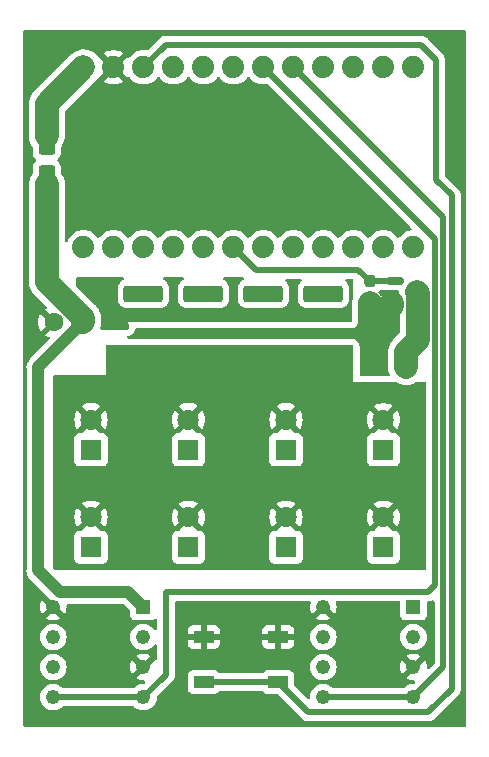
<source format=gbr>
%TF.GenerationSoftware,KiCad,Pcbnew,7.0.9-7.0.9~ubuntu20.04.1*%
%TF.CreationDate,2023-12-28T23:11:07+09:00*%
%TF.ProjectId,diy_oled_3d_controller,6469795f-6f6c-4656-945f-33645f636f6e,rev?*%
%TF.SameCoordinates,Original*%
%TF.FileFunction,Copper,L1,Top*%
%TF.FilePolarity,Positive*%
%FSLAX46Y46*%
G04 Gerber Fmt 4.6, Leading zero omitted, Abs format (unit mm)*
G04 Created by KiCad (PCBNEW 7.0.9-7.0.9~ubuntu20.04.1) date 2023-12-28 23:11:07*
%MOMM*%
%LPD*%
G01*
G04 APERTURE LIST*
G04 Aperture macros list*
%AMRoundRect*
0 Rectangle with rounded corners*
0 $1 Rounding radius*
0 $2 $3 $4 $5 $6 $7 $8 $9 X,Y pos of 4 corners*
0 Add a 4 corners polygon primitive as box body*
4,1,4,$2,$3,$4,$5,$6,$7,$8,$9,$2,$3,0*
0 Add four circle primitives for the rounded corners*
1,1,$1+$1,$2,$3*
1,1,$1+$1,$4,$5*
1,1,$1+$1,$6,$7*
1,1,$1+$1,$8,$9*
0 Add four rect primitives between the rounded corners*
20,1,$1+$1,$2,$3,$4,$5,0*
20,1,$1+$1,$4,$5,$6,$7,0*
20,1,$1+$1,$6,$7,$8,$9,0*
20,1,$1+$1,$8,$9,$2,$3,0*%
G04 Aperture macros list end*
%TA.AperFunction,SMDPad,CuDef*%
%ADD10RoundRect,0.250000X-0.450000X0.325000X-0.450000X-0.325000X0.450000X-0.325000X0.450000X0.325000X0*%
%TD*%
%TA.AperFunction,SMDPad,CuDef*%
%ADD11RoundRect,0.237500X-0.237500X0.250000X-0.237500X-0.250000X0.237500X-0.250000X0.237500X0.250000X0*%
%TD*%
%TA.AperFunction,ComponentPad*%
%ADD12R,1.800000X1.800000*%
%TD*%
%TA.AperFunction,ComponentPad*%
%ADD13C,1.800000*%
%TD*%
%TA.AperFunction,SMDPad,CuDef*%
%ADD14RoundRect,0.150000X-0.587500X-0.150000X0.587500X-0.150000X0.587500X0.150000X-0.587500X0.150000X0*%
%TD*%
%TA.AperFunction,SMDPad,CuDef*%
%ADD15RoundRect,0.249999X-1.425001X0.450001X-1.425001X-0.450001X1.425001X-0.450001X1.425001X0.450001X0*%
%TD*%
%TA.AperFunction,ComponentPad*%
%ADD16C,1.600000*%
%TD*%
%TA.AperFunction,ComponentPad*%
%ADD17C,1.879600*%
%TD*%
%TA.AperFunction,SMDPad,CuDef*%
%ADD18R,1.700000X1.000000*%
%TD*%
%TA.AperFunction,ComponentPad*%
%ADD19R,1.220000X1.220000*%
%TD*%
%TA.AperFunction,ComponentPad*%
%ADD20C,1.220000*%
%TD*%
%TA.AperFunction,ViaPad*%
%ADD21C,0.800000*%
%TD*%
%TA.AperFunction,Conductor*%
%ADD22C,2.000000*%
%TD*%
%TA.AperFunction,Conductor*%
%ADD23C,0.500000*%
%TD*%
%TA.AperFunction,Conductor*%
%ADD24C,1.000000*%
%TD*%
G04 APERTURE END LIST*
D10*
%TO.P,F1,2*%
%TO.N,Net-(C1-Pad1)*%
X93421200Y-60969000D03*
%TO.P,F1,1*%
X93421200Y-58919000D03*
%TD*%
D11*
%TO.P,R1,1*%
%TO.N,/LED_CONTROL*%
X120782500Y-70207500D03*
%TO.P,R1,2*%
%TO.N,GND*%
X120782500Y-72032500D03*
%TD*%
D12*
%TO.P,D6,1,K*%
%TO.N,/LED_MOSFET*%
X105410000Y-92715000D03*
D13*
%TO.P,D6,2,A*%
%TO.N,/RESISTOR_LED*%
X105410000Y-90175000D03*
%TD*%
D12*
%TO.P,D8,1,K*%
%TO.N,/LED_MOSFET*%
X121920000Y-92715000D03*
D13*
%TO.P,D8,2,A*%
%TO.N,/RESISTOR_LED*%
X121920000Y-90175000D03*
%TD*%
D12*
%TO.P,D1,1,K*%
%TO.N,/LED_MOSFET*%
X97155000Y-84455000D03*
D13*
%TO.P,D1,2,A*%
%TO.N,/RESISTOR_LED*%
X97155000Y-81915000D03*
%TD*%
D14*
%TO.P,Q1,1,G*%
%TO.N,/LED_CONTROL*%
X122887500Y-70170000D03*
%TO.P,Q1,2,S*%
%TO.N,GND*%
X122887500Y-72070000D03*
%TO.P,Q1,3,D*%
%TO.N,/LED_MOSFET*%
X124762500Y-71120000D03*
%TD*%
D12*
%TO.P,D5,1,K*%
%TO.N,/LED_MOSFET*%
X97155000Y-92710000D03*
D13*
%TO.P,D5,2,A*%
%TO.N,/RESISTOR_LED*%
X97155000Y-90170000D03*
%TD*%
D12*
%TO.P,D4,1,K*%
%TO.N,/LED_MOSFET*%
X121920000Y-84460000D03*
D13*
%TO.P,D4,2,A*%
%TO.N,/RESISTOR_LED*%
X121920000Y-81920000D03*
%TD*%
D15*
%TO.P,R11,1*%
%TO.N,Net-(C1-Pad1)*%
X111760000Y-71245000D03*
%TO.P,R11,2*%
%TO.N,/RESISTOR_LED*%
X111760000Y-77345000D03*
%TD*%
D16*
%TO.P,C1,1*%
%TO.N,Net-(C1-Pad1)*%
X96500000Y-73660000D03*
%TO.P,C1,2*%
%TO.N,GND*%
X94000000Y-73660000D03*
%TD*%
D12*
%TO.P,D7,1,K*%
%TO.N,/LED_MOSFET*%
X113665000Y-92715000D03*
D13*
%TO.P,D7,2,A*%
%TO.N,/RESISTOR_LED*%
X113665000Y-90175000D03*
%TD*%
D17*
%TO.P,B1,1,TXO*%
%TO.N,unconnected-(B1-TXO-Pad1)*%
X96520000Y-67310000D03*
%TO.P,B1,2,RXI*%
%TO.N,unconnected-(B1-RXI-Pad2)*%
X99060000Y-67310000D03*
%TO.P,B1,3,GND*%
%TO.N,unconnected-(B1-GND-Pad3)*%
X101600000Y-67310000D03*
%TO.P,B1,4,GND*%
%TO.N,unconnected-(B1-GND-Pad4)*%
X104140000Y-67310000D03*
%TO.P,B1,5,2*%
%TO.N,unconnected-(B1-2-Pad5)*%
X106680000Y-67310000D03*
%TO.P,B1,6,\u002A3*%
%TO.N,/LED_CONTROL*%
X109220000Y-67310000D03*
%TO.P,B1,7,4*%
%TO.N,unconnected-(B1-4-Pad7)*%
X111760000Y-67310000D03*
%TO.P,B1,8,\u002A5*%
%TO.N,unconnected-(B1-\u002A5-Pad8)*%
X114300000Y-67310000D03*
%TO.P,B1,9,\u002A6*%
%TO.N,unconnected-(B1-\u002A6-Pad9)*%
X116840000Y-67310000D03*
%TO.P,B1,10,7*%
%TO.N,unconnected-(B1-7-Pad10)*%
X119380000Y-67310000D03*
%TO.P,B1,11,8*%
%TO.N,unconnected-(B1-8-Pad11)*%
X121920000Y-67310000D03*
%TO.P,B1,12,\u002A9*%
%TO.N,unconnected-(B1-\u002A9-Pad12)*%
X124460000Y-67310000D03*
%TO.P,B1,13,\u002A10*%
%TO.N,unconnected-(B1-\u002A10-Pad13)*%
X124460000Y-52070000D03*
%TO.P,B1,14,11(MOSI)*%
%TO.N,unconnected-(B1-11(MOSI)-Pad14)*%
X121920000Y-52070000D03*
%TO.P,B1,15,12(MISO)*%
%TO.N,unconnected-(B1-12(MISO)-Pad15)*%
X119380000Y-52070000D03*
%TO.P,B1,16,13(SCK)*%
%TO.N,unconnected-(B1-13(SCK)-Pad16)*%
X116840000Y-52070000D03*
%TO.P,B1,17,A0*%
%TO.N,/RIGHT_OPT101_OUTPUT*%
X114300000Y-52070000D03*
%TO.P,B1,18,A1*%
%TO.N,/LEFT_OPT101_OUTPUT*%
X111760000Y-52070000D03*
%TO.P,B1,19,A2*%
%TO.N,unconnected-(B1-A2-Pad19)*%
X109220000Y-52070000D03*
%TO.P,B1,20,A3*%
%TO.N,unconnected-(B1-A3-Pad20)*%
X106680000Y-52070000D03*
%TO.P,B1,21,VCC*%
%TO.N,unconnected-(B1-VCC-Pad21)*%
X104140000Y-52070000D03*
%TO.P,B1,22,RESET*%
%TO.N,Net-(B1-RESET)*%
X101600000Y-52070000D03*
%TO.P,B1,23,GND*%
%TO.N,GND*%
X99060000Y-52070000D03*
%TO.P,B1,24,RAW*%
%TO.N,Net-(C1-Pad1)*%
X96520000Y-52070000D03*
%TD*%
D12*
%TO.P,D2,1,K*%
%TO.N,/LED_MOSFET*%
X105410000Y-84455000D03*
D13*
%TO.P,D2,2,A*%
%TO.N,/RESISTOR_LED*%
X105410000Y-81915000D03*
%TD*%
D15*
%TO.P,R13,1*%
%TO.N,Net-(C1-Pad1)*%
X101600000Y-71245000D03*
%TO.P,R13,2*%
%TO.N,/RESISTOR_LED*%
X101600000Y-77345000D03*
%TD*%
D18*
%TO.P,S1,1,1*%
%TO.N,Net-(B1-RESET)*%
X106705000Y-104135000D03*
%TO.P,S1,2,2*%
X113005000Y-104135000D03*
%TO.P,S1,3,3*%
%TO.N,GND*%
X106705000Y-100335000D03*
%TO.P,S1,4,4*%
X113005000Y-100335000D03*
%TD*%
D15*
%TO.P,R10,1*%
%TO.N,Net-(C1-Pad1)*%
X116840000Y-71245000D03*
%TO.P,R10,2*%
%TO.N,/RESISTOR_LED*%
X116840000Y-77345000D03*
%TD*%
%TO.P,R12,1*%
%TO.N,Net-(C1-Pad1)*%
X106680000Y-71245000D03*
%TO.P,R12,2*%
%TO.N,/RESISTOR_LED*%
X106680000Y-77345000D03*
%TD*%
D12*
%TO.P,D3,1,K*%
%TO.N,/LED_MOSFET*%
X113665000Y-84455000D03*
D13*
%TO.P,D3,2,A*%
%TO.N,/RESISTOR_LED*%
X113665000Y-81915000D03*
%TD*%
D19*
%TO.P,U2,1,VS*%
%TO.N,Net-(C1-Pad1)*%
X124460000Y-97790000D03*
D20*
%TO.P,U2,2,-IN*%
%TO.N,unconnected-(U2--IN-Pad2)*%
X124460000Y-100330000D03*
%TO.P,U2,3,-V*%
%TO.N,GND*%
X124460000Y-102870000D03*
%TO.P,U2,4,1MOHM_FB*%
%TO.N,/RIGHT_OPT101_OUTPUT*%
X124460000Y-105410000D03*
%TO.P,U2,5,OUTPUT*%
X116830000Y-105410000D03*
%TO.P,U2,6*%
%TO.N,N/C*%
X116830000Y-102870000D03*
%TO.P,U2,7*%
X116830000Y-100330000D03*
%TO.P,U2,8,COMMON*%
%TO.N,GND*%
X116830000Y-97790000D03*
%TD*%
D19*
%TO.P,U1,1,VS*%
%TO.N,Net-(C1-Pad1)*%
X101600000Y-97790000D03*
D20*
%TO.P,U1,2,-IN*%
%TO.N,unconnected-(U1--IN-Pad2)*%
X101600000Y-100330000D03*
%TO.P,U1,3,-V*%
%TO.N,GND*%
X101600000Y-102870000D03*
%TO.P,U1,4,1MOHM_FB*%
%TO.N,/LEFT_OPT101_OUTPUT*%
X101600000Y-105410000D03*
%TO.P,U1,5,OUTPUT*%
X93970000Y-105410000D03*
%TO.P,U1,6*%
%TO.N,N/C*%
X93970000Y-102870000D03*
%TO.P,U1,7*%
X93970000Y-100330000D03*
%TO.P,U1,8,COMMON*%
%TO.N,GND*%
X93970000Y-97790000D03*
%TD*%
D21*
%TO.N,GND*%
X120650000Y-76200000D03*
X120650000Y-74295000D03*
%TO.N,/LED_MOSFET*%
X123825000Y-76200000D03*
X123825000Y-77470000D03*
%TD*%
D22*
%TO.N,Net-(C1-Pad1)*%
X93421200Y-55168800D02*
X96520000Y-52070000D01*
X93421200Y-57919000D02*
X93421200Y-55168800D01*
X93421200Y-61969000D02*
X93421200Y-70252772D01*
X93421200Y-70252772D02*
X96500000Y-73331572D01*
X96500000Y-73331572D02*
X96500000Y-73660000D01*
D23*
%TO.N,/LED_CONTROL*%
X122850000Y-70207500D02*
X122887500Y-70170000D01*
X109220000Y-67310000D02*
X111125000Y-69215000D01*
X111125000Y-69215000D02*
X119790000Y-69215000D01*
X119790000Y-69215000D02*
X120782500Y-70207500D01*
X120782500Y-70207500D02*
X122850000Y-70207500D01*
%TO.N,/RIGHT_OPT101_OUTPUT*%
X124460000Y-105410000D02*
X116830000Y-105410000D01*
X114300000Y-52070000D02*
X127000000Y-64770000D01*
X127000000Y-102870000D02*
X124460000Y-105410000D01*
X127000000Y-64770000D02*
X127000000Y-102870000D01*
%TO.N,/LEFT_OPT101_OUTPUT*%
X103505000Y-103505000D02*
X103505000Y-96520000D01*
X126295480Y-95949520D02*
X126295480Y-66615480D01*
X101600000Y-105410000D02*
X93970000Y-105410000D01*
X126300480Y-66610480D02*
X111760000Y-52070000D01*
X103505000Y-96520000D02*
X125725000Y-96520000D01*
X126295480Y-66615480D02*
X126300480Y-66610480D01*
X101600000Y-105410000D02*
X103505000Y-103505000D01*
X125725000Y-96520000D02*
X126295480Y-95949520D01*
D22*
%TO.N,GND*%
X120650000Y-74295000D02*
X122625000Y-72320000D01*
D24*
X123020000Y-72070000D02*
X120820000Y-72070000D01*
D22*
X120782500Y-72032500D02*
X120782500Y-74162500D01*
D24*
X120820000Y-72070000D02*
X120782500Y-72032500D01*
D22*
X122625000Y-72320000D02*
X122625000Y-72070000D01*
X120782500Y-74162500D02*
X120650000Y-74295000D01*
D24*
%TO.N,Net-(C1-Pad1)*%
X94551929Y-96520000D02*
X100330000Y-96520000D01*
X92705000Y-94673071D02*
X94551929Y-96520000D01*
X92710000Y-77470000D02*
X92710000Y-94668071D01*
X96500000Y-73680000D02*
X92710000Y-77470000D01*
X92710000Y-94668071D02*
X92705000Y-94673071D01*
X100330000Y-96520000D02*
X101600000Y-97790000D01*
D23*
%TO.N,Net-(B1-RESET)*%
X127699520Y-62929520D02*
X127699520Y-104710480D01*
X103505000Y-50165000D02*
X125095000Y-50165000D01*
X127699520Y-104710480D02*
X125730000Y-106680000D01*
X125095000Y-50165000D02*
X126365000Y-51435000D01*
X106705000Y-104135000D02*
X113005000Y-104135000D01*
X126365000Y-51435000D02*
X126365000Y-61595000D01*
X101600000Y-52070000D02*
X103505000Y-50165000D01*
X126365000Y-61595000D02*
X127699520Y-62929520D01*
X115550000Y-106680000D02*
X113005000Y-104135000D01*
X125730000Y-106680000D02*
X115550000Y-106680000D01*
D22*
%TO.N,/LED_MOSFET*%
X124824520Y-75200480D02*
X123825000Y-76200000D01*
X123825000Y-76200000D02*
X123825000Y-77470000D01*
X124762500Y-71120000D02*
X124824520Y-71182020D01*
X124824520Y-71182020D02*
X124824520Y-75200480D01*
%TD*%
%TA.AperFunction,Conductor*%
%TO.N,+5V*%
G36*
X99902721Y-69870002D02*
G01*
X99949214Y-69923658D01*
X99959318Y-69993932D01*
X99929824Y-70058512D01*
X99874234Y-70095603D01*
X99859607Y-70100450D01*
X99852260Y-70102885D01*
X99701347Y-70195970D01*
X99701341Y-70195975D01*
X99575975Y-70321341D01*
X99575970Y-70321347D01*
X99482885Y-70472261D01*
X99427113Y-70640571D01*
X99427112Y-70640578D01*
X99416500Y-70744445D01*
X99416500Y-71745554D01*
X99416499Y-71745554D01*
X99427112Y-71849421D01*
X99427113Y-71849427D01*
X99482885Y-72017739D01*
X99501058Y-72047201D01*
X99575970Y-72168652D01*
X99575975Y-72168658D01*
X99701341Y-72294024D01*
X99701347Y-72294029D01*
X99701348Y-72294030D01*
X99852261Y-72387115D01*
X100020573Y-72442887D01*
X100060527Y-72446968D01*
X100124446Y-72453500D01*
X100124454Y-72453500D01*
X103075554Y-72453500D01*
X103134906Y-72447435D01*
X103179427Y-72442887D01*
X103347739Y-72387115D01*
X103498652Y-72294030D01*
X103624030Y-72168652D01*
X103717115Y-72017739D01*
X103772887Y-71849427D01*
X103777435Y-71804906D01*
X103783500Y-71745554D01*
X103783500Y-70744445D01*
X103775404Y-70665211D01*
X103772887Y-70640573D01*
X103717115Y-70472261D01*
X103624030Y-70321348D01*
X103624029Y-70321347D01*
X103624024Y-70321341D01*
X103498658Y-70195975D01*
X103498652Y-70195970D01*
X103347739Y-70102885D01*
X103325765Y-70095603D01*
X103267396Y-70055191D01*
X103240140Y-69989634D01*
X103252653Y-69919749D01*
X103300963Y-69867723D01*
X103365400Y-69850000D01*
X104914600Y-69850000D01*
X104982721Y-69870002D01*
X105029214Y-69923658D01*
X105039318Y-69993932D01*
X105009824Y-70058512D01*
X104954234Y-70095603D01*
X104939607Y-70100450D01*
X104932260Y-70102885D01*
X104781347Y-70195970D01*
X104781341Y-70195975D01*
X104655975Y-70321341D01*
X104655970Y-70321347D01*
X104562885Y-70472261D01*
X104507113Y-70640571D01*
X104507112Y-70640578D01*
X104496500Y-70744445D01*
X104496500Y-71745554D01*
X104496499Y-71745554D01*
X104507112Y-71849421D01*
X104507113Y-71849427D01*
X104562885Y-72017739D01*
X104581058Y-72047201D01*
X104655970Y-72168652D01*
X104655975Y-72168658D01*
X104781341Y-72294024D01*
X104781347Y-72294029D01*
X104781348Y-72294030D01*
X104932261Y-72387115D01*
X105100573Y-72442887D01*
X105140527Y-72446968D01*
X105204446Y-72453500D01*
X105204454Y-72453500D01*
X108155554Y-72453500D01*
X108214906Y-72447435D01*
X108259427Y-72442887D01*
X108427739Y-72387115D01*
X108578652Y-72294030D01*
X108704030Y-72168652D01*
X108797115Y-72017739D01*
X108852887Y-71849427D01*
X108857435Y-71804906D01*
X108863500Y-71745554D01*
X108863500Y-70744445D01*
X108855404Y-70665211D01*
X108852887Y-70640573D01*
X108797115Y-70472261D01*
X108704030Y-70321348D01*
X108704029Y-70321347D01*
X108704024Y-70321341D01*
X108578658Y-70195975D01*
X108578652Y-70195970D01*
X108427739Y-70102885D01*
X108405765Y-70095603D01*
X108347396Y-70055191D01*
X108320140Y-69989634D01*
X108332653Y-69919749D01*
X108380963Y-69867723D01*
X108445400Y-69850000D01*
X109994600Y-69850000D01*
X110062721Y-69870002D01*
X110109214Y-69923658D01*
X110119318Y-69993932D01*
X110089824Y-70058512D01*
X110034234Y-70095603D01*
X110019607Y-70100450D01*
X110012260Y-70102885D01*
X109861347Y-70195970D01*
X109861341Y-70195975D01*
X109735975Y-70321341D01*
X109735970Y-70321347D01*
X109642885Y-70472261D01*
X109587113Y-70640571D01*
X109587112Y-70640578D01*
X109576500Y-70744445D01*
X109576500Y-71745554D01*
X109576499Y-71745554D01*
X109587112Y-71849421D01*
X109587113Y-71849427D01*
X109642885Y-72017739D01*
X109661058Y-72047201D01*
X109735970Y-72168652D01*
X109735975Y-72168658D01*
X109861341Y-72294024D01*
X109861347Y-72294029D01*
X109861348Y-72294030D01*
X110012261Y-72387115D01*
X110180573Y-72442887D01*
X110220527Y-72446968D01*
X110284446Y-72453500D01*
X110284454Y-72453500D01*
X113235554Y-72453500D01*
X113294906Y-72447435D01*
X113339427Y-72442887D01*
X113507739Y-72387115D01*
X113658652Y-72294030D01*
X113784030Y-72168652D01*
X113877115Y-72017739D01*
X113932887Y-71849427D01*
X113937435Y-71804906D01*
X113943500Y-71745554D01*
X113943500Y-70744445D01*
X113935404Y-70665211D01*
X113932887Y-70640573D01*
X113877115Y-70472261D01*
X113784030Y-70321348D01*
X113784029Y-70321347D01*
X113784024Y-70321341D01*
X113653463Y-70190780D01*
X113655119Y-70189123D01*
X113620614Y-70140388D01*
X113617428Y-70069462D01*
X113653093Y-70008074D01*
X113716285Y-69975713D01*
X113739795Y-69973500D01*
X114860205Y-69973500D01*
X114928326Y-69993502D01*
X114974819Y-70047158D01*
X114984923Y-70117432D01*
X114955429Y-70182012D01*
X114946400Y-70190643D01*
X114946537Y-70190780D01*
X114815975Y-70321341D01*
X114815970Y-70321347D01*
X114722885Y-70472261D01*
X114667113Y-70640571D01*
X114667112Y-70640578D01*
X114656500Y-70744445D01*
X114656500Y-71745554D01*
X114656499Y-71745554D01*
X114667112Y-71849421D01*
X114667113Y-71849427D01*
X114722885Y-72017739D01*
X114741058Y-72047201D01*
X114815970Y-72168652D01*
X114815975Y-72168658D01*
X114941341Y-72294024D01*
X114941347Y-72294029D01*
X114941348Y-72294030D01*
X115092261Y-72387115D01*
X115260573Y-72442887D01*
X115300527Y-72446968D01*
X115364446Y-72453500D01*
X115364454Y-72453500D01*
X118315554Y-72453500D01*
X118374906Y-72447435D01*
X118419427Y-72442887D01*
X118587739Y-72387115D01*
X118738652Y-72294030D01*
X118864030Y-72168652D01*
X118957115Y-72017739D01*
X119012887Y-71849427D01*
X119017435Y-71804906D01*
X119023500Y-71745554D01*
X119023500Y-70744445D01*
X119015404Y-70665211D01*
X119012887Y-70640573D01*
X118957115Y-70472261D01*
X118864030Y-70321348D01*
X118864029Y-70321347D01*
X118864024Y-70321341D01*
X118733463Y-70190780D01*
X118735119Y-70189123D01*
X118700614Y-70140388D01*
X118697428Y-70069462D01*
X118733093Y-70008074D01*
X118796285Y-69975713D01*
X118819795Y-69973500D01*
X119254000Y-69973500D01*
X119322121Y-69993502D01*
X119368614Y-70047158D01*
X119380000Y-70099500D01*
X119380000Y-71449356D01*
X119373516Y-71489256D01*
X119313068Y-71670319D01*
X119274001Y-71910711D01*
X119274000Y-71910725D01*
X119274000Y-73534000D01*
X119253998Y-73602121D01*
X119200342Y-73648614D01*
X119148000Y-73660000D01*
X100330000Y-73660000D01*
X100355637Y-74022180D01*
X100365400Y-74160103D01*
X100350257Y-74229466D01*
X100300018Y-74279632D01*
X100239714Y-74295000D01*
X98053253Y-74295000D01*
X97985132Y-74274998D01*
X97938639Y-74221342D01*
X97928535Y-74151068D01*
X97933737Y-74129100D01*
X97950035Y-74080278D01*
X97969431Y-74022182D01*
X98008500Y-73781779D01*
X98008500Y-73346782D01*
X98010647Y-73240195D01*
X98000210Y-73166651D01*
X97999789Y-73162868D01*
X97993811Y-73088811D01*
X97993809Y-73088800D01*
X97983611Y-73047429D01*
X97982410Y-73041227D01*
X97976426Y-72999054D01*
X97954327Y-72928136D01*
X97953304Y-72924468D01*
X97935524Y-72852328D01*
X97935523Y-72852327D01*
X97935523Y-72852324D01*
X97927042Y-72832420D01*
X97918823Y-72813128D01*
X97916632Y-72807171D01*
X97903968Y-72766526D01*
X97870772Y-72700057D01*
X97869188Y-72696632D01*
X97840056Y-72628256D01*
X97817279Y-72592239D01*
X97814174Y-72586731D01*
X97795147Y-72548631D01*
X97795142Y-72548624D01*
X97751718Y-72488345D01*
X97749587Y-72485191D01*
X97709883Y-72422404D01*
X97681639Y-72390523D01*
X97677679Y-72385572D01*
X97652782Y-72351012D01*
X97600243Y-72298473D01*
X97597651Y-72295719D01*
X97548374Y-72240097D01*
X97548370Y-72240094D01*
X97515377Y-72213156D01*
X97510680Y-72208910D01*
X95921905Y-70620135D01*
X95887879Y-70557823D01*
X95885000Y-70531040D01*
X95885000Y-69976000D01*
X95905002Y-69907879D01*
X95958658Y-69861386D01*
X96011000Y-69850000D01*
X99834600Y-69850000D01*
X99902721Y-69870002D01*
G37*
%TD.AperFunction*%
%TD*%
%TA.AperFunction,Conductor*%
%TO.N,/RESISTOR_LED*%
G36*
X119322121Y-75585002D02*
G01*
X119368614Y-75638658D01*
X119380000Y-75691000D01*
X119380000Y-78740000D01*
X122973943Y-78740000D01*
X123036942Y-78756880D01*
X123176213Y-78837289D01*
X123403943Y-78923656D01*
X123642579Y-78972374D01*
X123885939Y-78982181D01*
X124127720Y-78952823D01*
X124361662Y-78885061D01*
X124581704Y-78780650D01*
X124608283Y-78762304D01*
X124675708Y-78740068D01*
X124679859Y-78740000D01*
X125410980Y-78740000D01*
X125479101Y-78760002D01*
X125525594Y-78813658D01*
X125536980Y-78866000D01*
X125536980Y-94489000D01*
X125516978Y-94557121D01*
X125463322Y-94603614D01*
X125410980Y-94615000D01*
X94125353Y-94615000D01*
X94057232Y-94594998D01*
X94036258Y-94578095D01*
X94016905Y-94558742D01*
X93982879Y-94496430D01*
X93980000Y-94469647D01*
X93980000Y-90170000D01*
X95742174Y-90170000D01*
X95761444Y-90402549D01*
X95818724Y-90628743D01*
X95818726Y-90628747D01*
X95912454Y-90842425D01*
X95912461Y-90842439D01*
X95995795Y-90969991D01*
X95995796Y-90969991D01*
X96710155Y-90255632D01*
X96711327Y-90271265D01*
X96760887Y-90397541D01*
X96845465Y-90503599D01*
X96957547Y-90580016D01*
X97069623Y-90614586D01*
X96419616Y-91264595D01*
X96357303Y-91298620D01*
X96330520Y-91301500D01*
X96206350Y-91301500D01*
X96145803Y-91308009D01*
X96145795Y-91308011D01*
X96008797Y-91359110D01*
X96008792Y-91359112D01*
X95891738Y-91446738D01*
X95804112Y-91563792D01*
X95804110Y-91563797D01*
X95753011Y-91700795D01*
X95753009Y-91700803D01*
X95746500Y-91761350D01*
X95746500Y-93658649D01*
X95753009Y-93719196D01*
X95753011Y-93719204D01*
X95804110Y-93856202D01*
X95804112Y-93856207D01*
X95891738Y-93973261D01*
X96008792Y-94060887D01*
X96008794Y-94060888D01*
X96008796Y-94060889D01*
X96067875Y-94082924D01*
X96145795Y-94111988D01*
X96145803Y-94111990D01*
X96206350Y-94118499D01*
X96206355Y-94118499D01*
X96206362Y-94118500D01*
X96206368Y-94118500D01*
X98103632Y-94118500D01*
X98103638Y-94118500D01*
X98103645Y-94118499D01*
X98103649Y-94118499D01*
X98164196Y-94111990D01*
X98164199Y-94111989D01*
X98164201Y-94111989D01*
X98169352Y-94110068D01*
X98183045Y-94104960D01*
X98301204Y-94060889D01*
X98418261Y-93973261D01*
X98430806Y-93956503D01*
X98505887Y-93856207D01*
X98505887Y-93856206D01*
X98505889Y-93856204D01*
X98556989Y-93719201D01*
X98562963Y-93663638D01*
X98563499Y-93658649D01*
X98563500Y-93658632D01*
X98563500Y-91761367D01*
X98563499Y-91761350D01*
X98556990Y-91700803D01*
X98556988Y-91700795D01*
X98505889Y-91563797D01*
X98505887Y-91563792D01*
X98418261Y-91446738D01*
X98301207Y-91359112D01*
X98301202Y-91359110D01*
X98164204Y-91308011D01*
X98164196Y-91308009D01*
X98103649Y-91301500D01*
X98103638Y-91301500D01*
X97979480Y-91301500D01*
X97911359Y-91281498D01*
X97890384Y-91264595D01*
X97238315Y-90612525D01*
X97289138Y-90604865D01*
X97411357Y-90546007D01*
X97510798Y-90453740D01*
X97578625Y-90336260D01*
X97597550Y-90253339D01*
X98314203Y-90969991D01*
X98397544Y-90842427D01*
X98491273Y-90628747D01*
X98491275Y-90628743D01*
X98548555Y-90402549D01*
X98567411Y-90175000D01*
X103997174Y-90175000D01*
X104016444Y-90407549D01*
X104073724Y-90633743D01*
X104073726Y-90633747D01*
X104167454Y-90847425D01*
X104167461Y-90847439D01*
X104250795Y-90974991D01*
X104250796Y-90974991D01*
X104965155Y-90260632D01*
X104966327Y-90276265D01*
X105015887Y-90402541D01*
X105100465Y-90508599D01*
X105212547Y-90585016D01*
X105324623Y-90619586D01*
X104674616Y-91269595D01*
X104612303Y-91303620D01*
X104585520Y-91306500D01*
X104461350Y-91306500D01*
X104400803Y-91313009D01*
X104400795Y-91313011D01*
X104263797Y-91364110D01*
X104263792Y-91364112D01*
X104146738Y-91451738D01*
X104059112Y-91568792D01*
X104059110Y-91568797D01*
X104008011Y-91705795D01*
X104008009Y-91705803D01*
X104001500Y-91766350D01*
X104001500Y-93663649D01*
X104008009Y-93724196D01*
X104008011Y-93724204D01*
X104059110Y-93861202D01*
X104059112Y-93861207D01*
X104146738Y-93978261D01*
X104263792Y-94065887D01*
X104263794Y-94065888D01*
X104263796Y-94065889D01*
X104322875Y-94087924D01*
X104400795Y-94116988D01*
X104400803Y-94116990D01*
X104461350Y-94123499D01*
X104461355Y-94123499D01*
X104461362Y-94123500D01*
X104461368Y-94123500D01*
X106358632Y-94123500D01*
X106358638Y-94123500D01*
X106358645Y-94123499D01*
X106358649Y-94123499D01*
X106419196Y-94116990D01*
X106419199Y-94116989D01*
X106419201Y-94116989D01*
X106556204Y-94065889D01*
X106562884Y-94060889D01*
X106673261Y-93978261D01*
X106760887Y-93861207D01*
X106760887Y-93861206D01*
X106760889Y-93861204D01*
X106811989Y-93724201D01*
X106812527Y-93719204D01*
X106818499Y-93663649D01*
X106818500Y-93663632D01*
X106818500Y-91766367D01*
X106818499Y-91766350D01*
X106811990Y-91705803D01*
X106811988Y-91705795D01*
X106760889Y-91568797D01*
X106760887Y-91568792D01*
X106673261Y-91451738D01*
X106556207Y-91364112D01*
X106556202Y-91364110D01*
X106419204Y-91313011D01*
X106419196Y-91313009D01*
X106358649Y-91306500D01*
X106358638Y-91306500D01*
X106234480Y-91306500D01*
X106166359Y-91286498D01*
X106145384Y-91269595D01*
X105493315Y-90617525D01*
X105544138Y-90609865D01*
X105666357Y-90551007D01*
X105765798Y-90458740D01*
X105833625Y-90341260D01*
X105852550Y-90258339D01*
X106569203Y-90974991D01*
X106652544Y-90847427D01*
X106746273Y-90633747D01*
X106746275Y-90633743D01*
X106803555Y-90407549D01*
X106822825Y-90175000D01*
X112252174Y-90175000D01*
X112271444Y-90407549D01*
X112328724Y-90633743D01*
X112328726Y-90633747D01*
X112422454Y-90847425D01*
X112422461Y-90847439D01*
X112505795Y-90974991D01*
X112505796Y-90974991D01*
X113220155Y-90260632D01*
X113221327Y-90276265D01*
X113270887Y-90402541D01*
X113355465Y-90508599D01*
X113467547Y-90585016D01*
X113579623Y-90619586D01*
X112929616Y-91269595D01*
X112867303Y-91303620D01*
X112840520Y-91306500D01*
X112716350Y-91306500D01*
X112655803Y-91313009D01*
X112655795Y-91313011D01*
X112518797Y-91364110D01*
X112518792Y-91364112D01*
X112401738Y-91451738D01*
X112314112Y-91568792D01*
X112314110Y-91568797D01*
X112263011Y-91705795D01*
X112263009Y-91705803D01*
X112256500Y-91766350D01*
X112256500Y-93663649D01*
X112263009Y-93724196D01*
X112263011Y-93724204D01*
X112314110Y-93861202D01*
X112314112Y-93861207D01*
X112401738Y-93978261D01*
X112518792Y-94065887D01*
X112518794Y-94065888D01*
X112518796Y-94065889D01*
X112577875Y-94087924D01*
X112655795Y-94116988D01*
X112655803Y-94116990D01*
X112716350Y-94123499D01*
X112716355Y-94123499D01*
X112716362Y-94123500D01*
X112716368Y-94123500D01*
X114613632Y-94123500D01*
X114613638Y-94123500D01*
X114613645Y-94123499D01*
X114613649Y-94123499D01*
X114674196Y-94116990D01*
X114674199Y-94116989D01*
X114674201Y-94116989D01*
X114811204Y-94065889D01*
X114817884Y-94060889D01*
X114928261Y-93978261D01*
X115015887Y-93861207D01*
X115015887Y-93861206D01*
X115015889Y-93861204D01*
X115066989Y-93724201D01*
X115067527Y-93719204D01*
X115073499Y-93663649D01*
X115073500Y-93663632D01*
X115073500Y-91766367D01*
X115073499Y-91766350D01*
X115066990Y-91705803D01*
X115066988Y-91705795D01*
X115015889Y-91568797D01*
X115015887Y-91568792D01*
X114928261Y-91451738D01*
X114811207Y-91364112D01*
X114811202Y-91364110D01*
X114674204Y-91313011D01*
X114674196Y-91313009D01*
X114613649Y-91306500D01*
X114613638Y-91306500D01*
X114489480Y-91306500D01*
X114421359Y-91286498D01*
X114400384Y-91269595D01*
X113748315Y-90617525D01*
X113799138Y-90609865D01*
X113921357Y-90551007D01*
X114020798Y-90458740D01*
X114088625Y-90341260D01*
X114107550Y-90258339D01*
X114824203Y-90974991D01*
X114907544Y-90847427D01*
X115001273Y-90633747D01*
X115001275Y-90633743D01*
X115058555Y-90407549D01*
X115077825Y-90175000D01*
X120507174Y-90175000D01*
X120526444Y-90407549D01*
X120583724Y-90633743D01*
X120583726Y-90633747D01*
X120677454Y-90847425D01*
X120677461Y-90847439D01*
X120760795Y-90974991D01*
X120760796Y-90974991D01*
X121475155Y-90260632D01*
X121476327Y-90276265D01*
X121525887Y-90402541D01*
X121610465Y-90508599D01*
X121722547Y-90585016D01*
X121834623Y-90619586D01*
X121184616Y-91269595D01*
X121122303Y-91303620D01*
X121095520Y-91306500D01*
X120971350Y-91306500D01*
X120910803Y-91313009D01*
X120910795Y-91313011D01*
X120773797Y-91364110D01*
X120773792Y-91364112D01*
X120656738Y-91451738D01*
X120569112Y-91568792D01*
X120569110Y-91568797D01*
X120518011Y-91705795D01*
X120518009Y-91705803D01*
X120511500Y-91766350D01*
X120511500Y-93663649D01*
X120518009Y-93724196D01*
X120518011Y-93724204D01*
X120569110Y-93861202D01*
X120569112Y-93861207D01*
X120656738Y-93978261D01*
X120773792Y-94065887D01*
X120773794Y-94065888D01*
X120773796Y-94065889D01*
X120832875Y-94087924D01*
X120910795Y-94116988D01*
X120910803Y-94116990D01*
X120971350Y-94123499D01*
X120971355Y-94123499D01*
X120971362Y-94123500D01*
X120971368Y-94123500D01*
X122868632Y-94123500D01*
X122868638Y-94123500D01*
X122868645Y-94123499D01*
X122868649Y-94123499D01*
X122929196Y-94116990D01*
X122929199Y-94116989D01*
X122929201Y-94116989D01*
X123066204Y-94065889D01*
X123072884Y-94060889D01*
X123183261Y-93978261D01*
X123270887Y-93861207D01*
X123270887Y-93861206D01*
X123270889Y-93861204D01*
X123321989Y-93724201D01*
X123322527Y-93719204D01*
X123328499Y-93663649D01*
X123328500Y-93663632D01*
X123328500Y-91766367D01*
X123328499Y-91766350D01*
X123321990Y-91705803D01*
X123321988Y-91705795D01*
X123270889Y-91568797D01*
X123270887Y-91568792D01*
X123183261Y-91451738D01*
X123066207Y-91364112D01*
X123066202Y-91364110D01*
X122929204Y-91313011D01*
X122929196Y-91313009D01*
X122868649Y-91306500D01*
X122868638Y-91306500D01*
X122744480Y-91306500D01*
X122676359Y-91286498D01*
X122655384Y-91269595D01*
X122003315Y-90617525D01*
X122054138Y-90609865D01*
X122176357Y-90551007D01*
X122275798Y-90458740D01*
X122343625Y-90341260D01*
X122362550Y-90258339D01*
X123079203Y-90974991D01*
X123162544Y-90847427D01*
X123256273Y-90633747D01*
X123256275Y-90633743D01*
X123313555Y-90407549D01*
X123332825Y-90175000D01*
X123313555Y-89942450D01*
X123256275Y-89716256D01*
X123256273Y-89716252D01*
X123162547Y-89502578D01*
X123162540Y-89502566D01*
X123079202Y-89375007D01*
X122364844Y-90089364D01*
X122363673Y-90073735D01*
X122314113Y-89947459D01*
X122229535Y-89841401D01*
X122117453Y-89764984D01*
X122005375Y-89730413D01*
X122721318Y-89014470D01*
X122692743Y-88992229D01*
X122692741Y-88992228D01*
X122487525Y-88881172D01*
X122487522Y-88881170D01*
X122266832Y-88805407D01*
X122266823Y-88805405D01*
X122036666Y-88767000D01*
X121803334Y-88767000D01*
X121573176Y-88805405D01*
X121573167Y-88805407D01*
X121352477Y-88881170D01*
X121352474Y-88881172D01*
X121147259Y-88992227D01*
X121118681Y-89014470D01*
X121118680Y-89014470D01*
X121836684Y-89732474D01*
X121785862Y-89740135D01*
X121663643Y-89798993D01*
X121564202Y-89891260D01*
X121496375Y-90008740D01*
X121477449Y-90091659D01*
X120760796Y-89375006D01*
X120760795Y-89375007D01*
X120677461Y-89502560D01*
X120677454Y-89502574D01*
X120583726Y-89716252D01*
X120583724Y-89716256D01*
X120526444Y-89942450D01*
X120507174Y-90175000D01*
X115077825Y-90175000D01*
X115058555Y-89942450D01*
X115001275Y-89716256D01*
X115001273Y-89716252D01*
X114907547Y-89502578D01*
X114907540Y-89502566D01*
X114824202Y-89375007D01*
X114109844Y-90089364D01*
X114108673Y-90073735D01*
X114059113Y-89947459D01*
X113974535Y-89841401D01*
X113862453Y-89764984D01*
X113750375Y-89730413D01*
X114466318Y-89014470D01*
X114437743Y-88992229D01*
X114437741Y-88992228D01*
X114232525Y-88881172D01*
X114232522Y-88881170D01*
X114011832Y-88805407D01*
X114011823Y-88805405D01*
X113781666Y-88767000D01*
X113548334Y-88767000D01*
X113318176Y-88805405D01*
X113318167Y-88805407D01*
X113097477Y-88881170D01*
X113097474Y-88881172D01*
X112892259Y-88992227D01*
X112863681Y-89014470D01*
X112863680Y-89014470D01*
X113581684Y-89732474D01*
X113530862Y-89740135D01*
X113408643Y-89798993D01*
X113309202Y-89891260D01*
X113241375Y-90008740D01*
X113222449Y-90091659D01*
X112505796Y-89375006D01*
X112505795Y-89375007D01*
X112422461Y-89502560D01*
X112422454Y-89502574D01*
X112328726Y-89716252D01*
X112328724Y-89716256D01*
X112271444Y-89942450D01*
X112252174Y-90175000D01*
X106822825Y-90175000D01*
X106803555Y-89942450D01*
X106746275Y-89716256D01*
X106746273Y-89716252D01*
X106652547Y-89502578D01*
X106652540Y-89502566D01*
X106569202Y-89375007D01*
X105854844Y-90089364D01*
X105853673Y-90073735D01*
X105804113Y-89947459D01*
X105719535Y-89841401D01*
X105607453Y-89764984D01*
X105495375Y-89730413D01*
X106211317Y-89014470D01*
X106182743Y-88992229D01*
X106182741Y-88992228D01*
X105977525Y-88881172D01*
X105977522Y-88881170D01*
X105756832Y-88805407D01*
X105756823Y-88805405D01*
X105526666Y-88767000D01*
X105293334Y-88767000D01*
X105063176Y-88805405D01*
X105063167Y-88805407D01*
X104842477Y-88881170D01*
X104842474Y-88881172D01*
X104637259Y-88992227D01*
X104608681Y-89014470D01*
X104608680Y-89014470D01*
X105326684Y-89732474D01*
X105275862Y-89740135D01*
X105153643Y-89798993D01*
X105054202Y-89891260D01*
X104986375Y-90008740D01*
X104967449Y-90091659D01*
X104250796Y-89375006D01*
X104250795Y-89375007D01*
X104167461Y-89502560D01*
X104167454Y-89502574D01*
X104073726Y-89716252D01*
X104073724Y-89716256D01*
X104016444Y-89942450D01*
X103997174Y-90175000D01*
X98567411Y-90175000D01*
X98567825Y-90170000D01*
X98548555Y-89937450D01*
X98491275Y-89711256D01*
X98491273Y-89711252D01*
X98397547Y-89497578D01*
X98397540Y-89497566D01*
X98314202Y-89370007D01*
X97599844Y-90084364D01*
X97598673Y-90068735D01*
X97549113Y-89942459D01*
X97464535Y-89836401D01*
X97352453Y-89759984D01*
X97240375Y-89725413D01*
X97956317Y-89009470D01*
X97927743Y-88987229D01*
X97927741Y-88987228D01*
X97722525Y-88876172D01*
X97722522Y-88876170D01*
X97501832Y-88800407D01*
X97501823Y-88800405D01*
X97271666Y-88762000D01*
X97038334Y-88762000D01*
X96808176Y-88800405D01*
X96808167Y-88800407D01*
X96587477Y-88876170D01*
X96587474Y-88876172D01*
X96382259Y-88987227D01*
X96353681Y-89009470D01*
X96353680Y-89009470D01*
X97071684Y-89727474D01*
X97020862Y-89735135D01*
X96898643Y-89793993D01*
X96799202Y-89886260D01*
X96731375Y-90003740D01*
X96712449Y-90086659D01*
X95995796Y-89370006D01*
X95995795Y-89370007D01*
X95912461Y-89497560D01*
X95912454Y-89497574D01*
X95818726Y-89711252D01*
X95818724Y-89711256D01*
X95761444Y-89937450D01*
X95742174Y-90170000D01*
X93980000Y-90170000D01*
X93980000Y-81915000D01*
X95742174Y-81915000D01*
X95761444Y-82147549D01*
X95818724Y-82373743D01*
X95818726Y-82373747D01*
X95912454Y-82587425D01*
X95912461Y-82587439D01*
X95995795Y-82714991D01*
X95995796Y-82714991D01*
X96710155Y-82000632D01*
X96711327Y-82016265D01*
X96760887Y-82142541D01*
X96845465Y-82248599D01*
X96957547Y-82325016D01*
X97069623Y-82359586D01*
X96419616Y-83009595D01*
X96357303Y-83043620D01*
X96330520Y-83046500D01*
X96206350Y-83046500D01*
X96145803Y-83053009D01*
X96145795Y-83053011D01*
X96008797Y-83104110D01*
X96008792Y-83104112D01*
X95891738Y-83191738D01*
X95804112Y-83308792D01*
X95804110Y-83308797D01*
X95753011Y-83445795D01*
X95753009Y-83445803D01*
X95746500Y-83506350D01*
X95746500Y-85403649D01*
X95753009Y-85464196D01*
X95753011Y-85464204D01*
X95804110Y-85601202D01*
X95804112Y-85601207D01*
X95891738Y-85718261D01*
X96008792Y-85805887D01*
X96008794Y-85805888D01*
X96008796Y-85805889D01*
X96067875Y-85827924D01*
X96145795Y-85856988D01*
X96145803Y-85856990D01*
X96206350Y-85863499D01*
X96206355Y-85863499D01*
X96206362Y-85863500D01*
X96206368Y-85863500D01*
X98103632Y-85863500D01*
X98103638Y-85863500D01*
X98103645Y-85863499D01*
X98103649Y-85863499D01*
X98164196Y-85856990D01*
X98164199Y-85856989D01*
X98164201Y-85856989D01*
X98301204Y-85805889D01*
X98418261Y-85718261D01*
X98505889Y-85601204D01*
X98556989Y-85464201D01*
X98562963Y-85408638D01*
X98563499Y-85403649D01*
X98563500Y-85403632D01*
X98563500Y-83506367D01*
X98563499Y-83506350D01*
X98556990Y-83445803D01*
X98556988Y-83445795D01*
X98505889Y-83308797D01*
X98505887Y-83308792D01*
X98418261Y-83191738D01*
X98301207Y-83104112D01*
X98301202Y-83104110D01*
X98164204Y-83053011D01*
X98164196Y-83053009D01*
X98103649Y-83046500D01*
X98103638Y-83046500D01*
X97979480Y-83046500D01*
X97911359Y-83026498D01*
X97890384Y-83009595D01*
X97238315Y-82357525D01*
X97289138Y-82349865D01*
X97411357Y-82291007D01*
X97510798Y-82198740D01*
X97578625Y-82081260D01*
X97597550Y-81998339D01*
X98314203Y-82714991D01*
X98397544Y-82587427D01*
X98491273Y-82373747D01*
X98491275Y-82373743D01*
X98548555Y-82147549D01*
X98567825Y-81915000D01*
X103997174Y-81915000D01*
X104016444Y-82147549D01*
X104073724Y-82373743D01*
X104073726Y-82373747D01*
X104167454Y-82587425D01*
X104167461Y-82587439D01*
X104250795Y-82714991D01*
X104250796Y-82714991D01*
X104965155Y-82000632D01*
X104966327Y-82016265D01*
X105015887Y-82142541D01*
X105100465Y-82248599D01*
X105212547Y-82325016D01*
X105324623Y-82359586D01*
X104674616Y-83009595D01*
X104612303Y-83043620D01*
X104585520Y-83046500D01*
X104461350Y-83046500D01*
X104400803Y-83053009D01*
X104400795Y-83053011D01*
X104263797Y-83104110D01*
X104263792Y-83104112D01*
X104146738Y-83191738D01*
X104059112Y-83308792D01*
X104059110Y-83308797D01*
X104008011Y-83445795D01*
X104008009Y-83445803D01*
X104001500Y-83506350D01*
X104001500Y-85403649D01*
X104008009Y-85464196D01*
X104008011Y-85464204D01*
X104059110Y-85601202D01*
X104059112Y-85601207D01*
X104146738Y-85718261D01*
X104263792Y-85805887D01*
X104263794Y-85805888D01*
X104263796Y-85805889D01*
X104322875Y-85827924D01*
X104400795Y-85856988D01*
X104400803Y-85856990D01*
X104461350Y-85863499D01*
X104461355Y-85863499D01*
X104461362Y-85863500D01*
X104461368Y-85863500D01*
X106358632Y-85863500D01*
X106358638Y-85863500D01*
X106358645Y-85863499D01*
X106358649Y-85863499D01*
X106419196Y-85856990D01*
X106419199Y-85856989D01*
X106419201Y-85856989D01*
X106556204Y-85805889D01*
X106673261Y-85718261D01*
X106760889Y-85601204D01*
X106811989Y-85464201D01*
X106817963Y-85408638D01*
X106818499Y-85403649D01*
X106818500Y-85403632D01*
X106818500Y-83506367D01*
X106818499Y-83506350D01*
X106811990Y-83445803D01*
X106811988Y-83445795D01*
X106760889Y-83308797D01*
X106760887Y-83308792D01*
X106673261Y-83191738D01*
X106556207Y-83104112D01*
X106556202Y-83104110D01*
X106419204Y-83053011D01*
X106419196Y-83053009D01*
X106358649Y-83046500D01*
X106358638Y-83046500D01*
X106234480Y-83046500D01*
X106166359Y-83026498D01*
X106145384Y-83009595D01*
X105493315Y-82357525D01*
X105544138Y-82349865D01*
X105666357Y-82291007D01*
X105765798Y-82198740D01*
X105833625Y-82081260D01*
X105852550Y-81998340D01*
X106569203Y-82714991D01*
X106652544Y-82587427D01*
X106746273Y-82373747D01*
X106746275Y-82373743D01*
X106803555Y-82147549D01*
X106822825Y-81915000D01*
X112252174Y-81915000D01*
X112271444Y-82147549D01*
X112328724Y-82373743D01*
X112328726Y-82373747D01*
X112422454Y-82587425D01*
X112422461Y-82587439D01*
X112505795Y-82714991D01*
X112505796Y-82714991D01*
X113220155Y-82000632D01*
X113221327Y-82016265D01*
X113270887Y-82142541D01*
X113355465Y-82248599D01*
X113467547Y-82325016D01*
X113579623Y-82359586D01*
X112929616Y-83009595D01*
X112867303Y-83043620D01*
X112840520Y-83046500D01*
X112716350Y-83046500D01*
X112655803Y-83053009D01*
X112655795Y-83053011D01*
X112518797Y-83104110D01*
X112518792Y-83104112D01*
X112401738Y-83191738D01*
X112314112Y-83308792D01*
X112314110Y-83308797D01*
X112263011Y-83445795D01*
X112263009Y-83445803D01*
X112256500Y-83506350D01*
X112256500Y-85403649D01*
X112263009Y-85464196D01*
X112263011Y-85464204D01*
X112314110Y-85601202D01*
X112314112Y-85601207D01*
X112401738Y-85718261D01*
X112518792Y-85805887D01*
X112518794Y-85805888D01*
X112518796Y-85805889D01*
X112577875Y-85827924D01*
X112655795Y-85856988D01*
X112655803Y-85856990D01*
X112716350Y-85863499D01*
X112716355Y-85863499D01*
X112716362Y-85863500D01*
X112716368Y-85863500D01*
X114613632Y-85863500D01*
X114613638Y-85863500D01*
X114613645Y-85863499D01*
X114613649Y-85863499D01*
X114674196Y-85856990D01*
X114674199Y-85856989D01*
X114674201Y-85856989D01*
X114811204Y-85805889D01*
X114928261Y-85718261D01*
X115015889Y-85601204D01*
X115066989Y-85464201D01*
X115072963Y-85408638D01*
X115073499Y-85403649D01*
X115073500Y-85403632D01*
X115073500Y-83506367D01*
X115073499Y-83506350D01*
X115066990Y-83445803D01*
X115066988Y-83445795D01*
X115015889Y-83308797D01*
X115015887Y-83308792D01*
X114928261Y-83191738D01*
X114811207Y-83104112D01*
X114811202Y-83104110D01*
X114674204Y-83053011D01*
X114674196Y-83053009D01*
X114613649Y-83046500D01*
X114613638Y-83046500D01*
X114489480Y-83046500D01*
X114421359Y-83026498D01*
X114400384Y-83009595D01*
X113748315Y-82357525D01*
X113799138Y-82349865D01*
X113921357Y-82291007D01*
X114020798Y-82198740D01*
X114088625Y-82081260D01*
X114107550Y-81998339D01*
X114824203Y-82714991D01*
X114907544Y-82587427D01*
X115001273Y-82373747D01*
X115001275Y-82373743D01*
X115058555Y-82147549D01*
X115077411Y-81920000D01*
X120507174Y-81920000D01*
X120526444Y-82152549D01*
X120583724Y-82378743D01*
X120583726Y-82378747D01*
X120677454Y-82592425D01*
X120677461Y-82592439D01*
X120760795Y-82719991D01*
X120760796Y-82719991D01*
X121475155Y-82005632D01*
X121476327Y-82021265D01*
X121525887Y-82147541D01*
X121610465Y-82253599D01*
X121722547Y-82330016D01*
X121834623Y-82364586D01*
X121184616Y-83014595D01*
X121122303Y-83048620D01*
X121095520Y-83051500D01*
X120971350Y-83051500D01*
X120910803Y-83058009D01*
X120910795Y-83058011D01*
X120773797Y-83109110D01*
X120773792Y-83109112D01*
X120656738Y-83196738D01*
X120569112Y-83313792D01*
X120569110Y-83313797D01*
X120518011Y-83450795D01*
X120518009Y-83450803D01*
X120511500Y-83511350D01*
X120511500Y-85408649D01*
X120518009Y-85469196D01*
X120518011Y-85469204D01*
X120569110Y-85606202D01*
X120569112Y-85606207D01*
X120656738Y-85723261D01*
X120773792Y-85810887D01*
X120773794Y-85810888D01*
X120773796Y-85810889D01*
X120832875Y-85832924D01*
X120910795Y-85861988D01*
X120910803Y-85861990D01*
X120971350Y-85868499D01*
X120971355Y-85868499D01*
X120971362Y-85868500D01*
X120971368Y-85868500D01*
X122868632Y-85868500D01*
X122868638Y-85868500D01*
X122868645Y-85868499D01*
X122868649Y-85868499D01*
X122929196Y-85861990D01*
X122929199Y-85861989D01*
X122929201Y-85861989D01*
X123066204Y-85810889D01*
X123072884Y-85805889D01*
X123183261Y-85723261D01*
X123270887Y-85606207D01*
X123270887Y-85606206D01*
X123270889Y-85606204D01*
X123321989Y-85469201D01*
X123322527Y-85464204D01*
X123328499Y-85408649D01*
X123328500Y-85408632D01*
X123328500Y-83511367D01*
X123328499Y-83511350D01*
X123321990Y-83450803D01*
X123321988Y-83450795D01*
X123270889Y-83313797D01*
X123270887Y-83313792D01*
X123183261Y-83196738D01*
X123066207Y-83109112D01*
X123066202Y-83109110D01*
X122929204Y-83058011D01*
X122929196Y-83058009D01*
X122868649Y-83051500D01*
X122868638Y-83051500D01*
X122744480Y-83051500D01*
X122676359Y-83031498D01*
X122655384Y-83014595D01*
X122003315Y-82362525D01*
X122054138Y-82354865D01*
X122176357Y-82296007D01*
X122275798Y-82203740D01*
X122343625Y-82086260D01*
X122362550Y-82003339D01*
X123079203Y-82719991D01*
X123162544Y-82592427D01*
X123256273Y-82378747D01*
X123256275Y-82378743D01*
X123313555Y-82152549D01*
X123332825Y-81920000D01*
X123313555Y-81687450D01*
X123256275Y-81461256D01*
X123256273Y-81461252D01*
X123162547Y-81247578D01*
X123162540Y-81247566D01*
X123079202Y-81120007D01*
X122364844Y-81834364D01*
X122363673Y-81818735D01*
X122314113Y-81692459D01*
X122229535Y-81586401D01*
X122117453Y-81509984D01*
X122005375Y-81475413D01*
X122721317Y-80759470D01*
X122692743Y-80737229D01*
X122692741Y-80737228D01*
X122487525Y-80626172D01*
X122487522Y-80626170D01*
X122266832Y-80550407D01*
X122266823Y-80550405D01*
X122036666Y-80512000D01*
X121803334Y-80512000D01*
X121573176Y-80550405D01*
X121573167Y-80550407D01*
X121352477Y-80626170D01*
X121352474Y-80626172D01*
X121147259Y-80737227D01*
X121118681Y-80759470D01*
X121118680Y-80759470D01*
X121836684Y-81477474D01*
X121785862Y-81485135D01*
X121663643Y-81543993D01*
X121564202Y-81636260D01*
X121496375Y-81753740D01*
X121477449Y-81836659D01*
X120760796Y-81120006D01*
X120760795Y-81120007D01*
X120677461Y-81247560D01*
X120677454Y-81247574D01*
X120583726Y-81461252D01*
X120583724Y-81461256D01*
X120526444Y-81687450D01*
X120507174Y-81920000D01*
X115077411Y-81920000D01*
X115077825Y-81915000D01*
X115058555Y-81682450D01*
X115001275Y-81456256D01*
X115001273Y-81456252D01*
X114907547Y-81242578D01*
X114907540Y-81242566D01*
X114824202Y-81115007D01*
X114109844Y-81829364D01*
X114108673Y-81813735D01*
X114059113Y-81687459D01*
X113974535Y-81581401D01*
X113862453Y-81504984D01*
X113750375Y-81470413D01*
X114466318Y-80754470D01*
X114437743Y-80732229D01*
X114437741Y-80732228D01*
X114232525Y-80621172D01*
X114232522Y-80621170D01*
X114011832Y-80545407D01*
X114011823Y-80545405D01*
X113781666Y-80507000D01*
X113548334Y-80507000D01*
X113318176Y-80545405D01*
X113318167Y-80545407D01*
X113097477Y-80621170D01*
X113097474Y-80621172D01*
X112892259Y-80732227D01*
X112863681Y-80754470D01*
X112863680Y-80754470D01*
X113581684Y-81472474D01*
X113530862Y-81480135D01*
X113408643Y-81538993D01*
X113309202Y-81631260D01*
X113241375Y-81748740D01*
X113222449Y-81831659D01*
X112505796Y-81115006D01*
X112505795Y-81115007D01*
X112422461Y-81242560D01*
X112422454Y-81242574D01*
X112328726Y-81456252D01*
X112328724Y-81456256D01*
X112271444Y-81682450D01*
X112252174Y-81915000D01*
X106822825Y-81915000D01*
X106803555Y-81682450D01*
X106746275Y-81456256D01*
X106746273Y-81456252D01*
X106652547Y-81242578D01*
X106652540Y-81242566D01*
X106569202Y-81115007D01*
X105854844Y-81829363D01*
X105853673Y-81813735D01*
X105804113Y-81687459D01*
X105719535Y-81581401D01*
X105607453Y-81504984D01*
X105495375Y-81470413D01*
X106211318Y-80754470D01*
X106182743Y-80732229D01*
X106182741Y-80732228D01*
X105977525Y-80621172D01*
X105977522Y-80621170D01*
X105756832Y-80545407D01*
X105756823Y-80545405D01*
X105526666Y-80507000D01*
X105293334Y-80507000D01*
X105063176Y-80545405D01*
X105063167Y-80545407D01*
X104842477Y-80621170D01*
X104842474Y-80621172D01*
X104637259Y-80732227D01*
X104608681Y-80754470D01*
X104608680Y-80754470D01*
X105326684Y-81472474D01*
X105275862Y-81480135D01*
X105153643Y-81538993D01*
X105054202Y-81631260D01*
X104986375Y-81748740D01*
X104967449Y-81831659D01*
X104250796Y-81115006D01*
X104250795Y-81115007D01*
X104167461Y-81242560D01*
X104167454Y-81242574D01*
X104073726Y-81456252D01*
X104073724Y-81456256D01*
X104016444Y-81682450D01*
X103997174Y-81915000D01*
X98567825Y-81915000D01*
X98548555Y-81682450D01*
X98491275Y-81456256D01*
X98491273Y-81456252D01*
X98397547Y-81242578D01*
X98397540Y-81242566D01*
X98314202Y-81115007D01*
X97599844Y-81829364D01*
X97598673Y-81813735D01*
X97549113Y-81687459D01*
X97464535Y-81581401D01*
X97352453Y-81504984D01*
X97240375Y-81470413D01*
X97956318Y-80754470D01*
X97927743Y-80732229D01*
X97927741Y-80732228D01*
X97722525Y-80621172D01*
X97722522Y-80621170D01*
X97501832Y-80545407D01*
X97501823Y-80545405D01*
X97271666Y-80507000D01*
X97038334Y-80507000D01*
X96808176Y-80545405D01*
X96808167Y-80545407D01*
X96587477Y-80621170D01*
X96587474Y-80621172D01*
X96382259Y-80732227D01*
X96353681Y-80754470D01*
X96353680Y-80754470D01*
X97071684Y-81472474D01*
X97020862Y-81480135D01*
X96898643Y-81538993D01*
X96799202Y-81631260D01*
X96731375Y-81748740D01*
X96712449Y-81831659D01*
X95995796Y-81115006D01*
X95995795Y-81115007D01*
X95912461Y-81242560D01*
X95912454Y-81242574D01*
X95818726Y-81456252D01*
X95818724Y-81456256D01*
X95761444Y-81682450D01*
X95742174Y-81915000D01*
X93980000Y-81915000D01*
X93980000Y-78231000D01*
X94000002Y-78162879D01*
X94053658Y-78116386D01*
X94106000Y-78105000D01*
X98425000Y-78105000D01*
X98425000Y-75691000D01*
X98445002Y-75622879D01*
X98498658Y-75576386D01*
X98551000Y-75565000D01*
X119254000Y-75565000D01*
X119322121Y-75585002D01*
G37*
%TD.AperFunction*%
%TD*%
%TA.AperFunction,Conductor*%
%TO.N,GND*%
G36*
X122180475Y-70971003D02*
G01*
X122196164Y-70975561D01*
X122196167Y-70975561D01*
X122196169Y-70975562D01*
X122203634Y-70976149D01*
X122233494Y-70978500D01*
X122233498Y-70978500D01*
X123127980Y-70978500D01*
X123196101Y-70998502D01*
X123242594Y-71052158D01*
X123253954Y-71107035D01*
X123253320Y-71138535D01*
X123231952Y-71206240D01*
X123177371Y-71251644D01*
X123145193Y-71258305D01*
X123141500Y-71261999D01*
X123141500Y-72877999D01*
X123190020Y-72877999D01*
X123258141Y-72898001D01*
X123304634Y-72951657D01*
X123316020Y-73003999D01*
X123316020Y-74523446D01*
X123296018Y-74591567D01*
X123279115Y-74612541D01*
X122769058Y-75122598D01*
X122692201Y-75196421D01*
X122647575Y-75255806D01*
X122645199Y-75258776D01*
X122597054Y-75315379D01*
X122575018Y-75351829D01*
X122571469Y-75357083D01*
X122545883Y-75391134D01*
X122545882Y-75391136D01*
X122511365Y-75456900D01*
X122509496Y-75460213D01*
X122471052Y-75523808D01*
X122471051Y-75523809D01*
X122455146Y-75563331D01*
X122452485Y-75569089D01*
X122432697Y-75606792D01*
X122432696Y-75606795D01*
X122409168Y-75677265D01*
X122407855Y-75680836D01*
X122380121Y-75749746D01*
X122380117Y-75749761D01*
X122370757Y-75791313D01*
X122369054Y-75797421D01*
X122355568Y-75837819D01*
X122355567Y-75837823D01*
X122343652Y-75911145D01*
X122342928Y-75914882D01*
X122326605Y-75987356D01*
X122324032Y-76029882D01*
X122323331Y-76036186D01*
X122316501Y-76078210D01*
X122316500Y-76078226D01*
X122316500Y-76152499D01*
X122316385Y-76156304D01*
X122311897Y-76230471D01*
X122316181Y-76272865D01*
X122316500Y-76279202D01*
X122316500Y-77530801D01*
X122331189Y-77712763D01*
X122389477Y-77949251D01*
X122432877Y-78051112D01*
X122441177Y-78121621D01*
X122410039Y-78185425D01*
X122349349Y-78222266D01*
X122316960Y-78226500D01*
X120019500Y-78226500D01*
X119951379Y-78206498D01*
X119904886Y-78152842D01*
X119893500Y-78100500D01*
X119893500Y-75691005D01*
X119893499Y-75690990D01*
X119892023Y-75677265D01*
X119881766Y-75581851D01*
X119877737Y-75563331D01*
X119870382Y-75529519D01*
X119870380Y-75529509D01*
X119835710Y-75425343D01*
X119756692Y-75302388D01*
X119711307Y-75250011D01*
X119710396Y-75248900D01*
X119599741Y-75153019D01*
X119599738Y-75153017D01*
X119466789Y-75092301D01*
X119398677Y-75072302D01*
X119398670Y-75072300D01*
X119369735Y-75068140D01*
X119254000Y-75051500D01*
X100319344Y-75051500D01*
X100251223Y-75031498D01*
X100204730Y-74977842D01*
X100194626Y-74907568D01*
X100224120Y-74842988D01*
X100283846Y-74804604D01*
X100303657Y-74800480D01*
X100366522Y-74792596D01*
X100426826Y-74777228D01*
X100545785Y-74730499D01*
X100662853Y-74642995D01*
X100713092Y-74592829D01*
X100800762Y-74475895D01*
X100851941Y-74338991D01*
X100866429Y-74272624D01*
X100900500Y-74210339D01*
X100962838Y-74176360D01*
X100989530Y-74173500D01*
X119147994Y-74173500D01*
X119148000Y-74173500D01*
X119257149Y-74161766D01*
X119257158Y-74161764D01*
X119257159Y-74161764D01*
X119273303Y-74158251D01*
X119309491Y-74150380D01*
X119413657Y-74115710D01*
X119536612Y-74036692D01*
X119589011Y-73991288D01*
X119590101Y-73990393D01*
X119685980Y-73879741D01*
X119685982Y-73879739D01*
X119746698Y-73746790D01*
X119766700Y-73678669D01*
X119787500Y-73534000D01*
X119787500Y-72883487D01*
X119807502Y-72815366D01*
X119861158Y-72768873D01*
X119931432Y-72758769D01*
X119996012Y-72788263D01*
X120002595Y-72794392D01*
X120079460Y-72871257D01*
X120079466Y-72871262D01*
X120227792Y-72962751D01*
X120393223Y-73017568D01*
X120393226Y-73017569D01*
X120495315Y-73027999D01*
X120495315Y-73028000D01*
X120528500Y-73028000D01*
X120528500Y-72286500D01*
X121036500Y-72286500D01*
X121036500Y-73028000D01*
X121069685Y-73028000D01*
X121069684Y-73027999D01*
X121171773Y-73017569D01*
X121171776Y-73017568D01*
X121337207Y-72962751D01*
X121485533Y-72871262D01*
X121485539Y-72871257D01*
X121608757Y-72748039D01*
X121608762Y-72748033D01*
X121635251Y-72705089D01*
X121688037Y-72657611D01*
X121758112Y-72646208D01*
X121823228Y-72674501D01*
X121831587Y-72682141D01*
X121893496Y-72744050D01*
X121893498Y-72744051D01*
X122036598Y-72828681D01*
X122196251Y-72875065D01*
X122196249Y-72875065D01*
X122233539Y-72878000D01*
X122633500Y-72877999D01*
X122633500Y-72324000D01*
X121691691Y-72324000D01*
X121623570Y-72303998D01*
X121602596Y-72287095D01*
X121602001Y-72286500D01*
X121036500Y-72286500D01*
X120528500Y-72286500D01*
X120528500Y-71904500D01*
X120548502Y-71836379D01*
X120602158Y-71789886D01*
X120654500Y-71778500D01*
X121715809Y-71778500D01*
X121783930Y-71798502D01*
X121804904Y-71815405D01*
X121805499Y-71816000D01*
X122633500Y-71816000D01*
X122633500Y-71262000D01*
X122233542Y-71262001D01*
X122233543Y-71262001D01*
X122196249Y-71264934D01*
X122036599Y-71311318D01*
X121893499Y-71395947D01*
X121860198Y-71429248D01*
X121797886Y-71463272D01*
X121727070Y-71458206D01*
X121670235Y-71415659D01*
X121663863Y-71406298D01*
X121608762Y-71316966D01*
X121608757Y-71316960D01*
X121501245Y-71209448D01*
X121467219Y-71147136D01*
X121472284Y-71076321D01*
X121501242Y-71031261D01*
X121529602Y-71002901D01*
X121591913Y-70968879D01*
X121618694Y-70966000D01*
X122145324Y-70966000D01*
X122180475Y-70971003D01*
G37*
%TD.AperFunction*%
%TA.AperFunction,Conductor*%
G36*
X98593155Y-52283201D02*
G01*
X98672131Y-52406090D01*
X98782530Y-52501752D01*
X98915408Y-52562435D01*
X98925345Y-52563863D01*
X98230320Y-53258888D01*
X98230321Y-53258889D01*
X98265410Y-53286201D01*
X98476432Y-53400400D01*
X98476434Y-53400402D01*
X98703363Y-53478306D01*
X98703370Y-53478308D01*
X98940036Y-53517800D01*
X99179964Y-53517800D01*
X99416629Y-53478308D01*
X99416636Y-53478306D01*
X99643565Y-53400402D01*
X99643567Y-53400400D01*
X99854584Y-53286204D01*
X99854593Y-53286198D01*
X99889678Y-53258889D01*
X99194653Y-52563863D01*
X99204592Y-52562435D01*
X99337470Y-52501752D01*
X99447869Y-52406090D01*
X99526845Y-52283201D01*
X99550806Y-52201595D01*
X100247957Y-52898745D01*
X100269395Y-52896522D01*
X100278214Y-52888995D01*
X100348561Y-52879416D01*
X100412920Y-52909390D01*
X100435181Y-52935078D01*
X100453171Y-52962613D01*
X100453175Y-52962617D01*
X100453177Y-52962620D01*
X100453499Y-52962970D01*
X100615731Y-53139201D01*
X100805140Y-53286624D01*
X101016231Y-53400860D01*
X101243245Y-53478795D01*
X101479990Y-53518300D01*
X101479994Y-53518300D01*
X101720006Y-53518300D01*
X101720010Y-53518300D01*
X101956755Y-53478795D01*
X102183769Y-53400860D01*
X102394860Y-53286624D01*
X102584269Y-53139201D01*
X102746829Y-52962613D01*
X102764519Y-52935535D01*
X102818521Y-52889450D01*
X102888869Y-52879875D01*
X102953226Y-52909853D01*
X102975478Y-52935532D01*
X102993171Y-52962613D01*
X102993174Y-52962617D01*
X102993176Y-52962619D01*
X103113826Y-53093680D01*
X103155731Y-53139201D01*
X103345140Y-53286624D01*
X103556231Y-53400860D01*
X103783245Y-53478795D01*
X104019990Y-53518300D01*
X104019994Y-53518300D01*
X104260006Y-53518300D01*
X104260010Y-53518300D01*
X104496755Y-53478795D01*
X104723769Y-53400860D01*
X104934860Y-53286624D01*
X105124269Y-53139201D01*
X105286829Y-52962613D01*
X105304519Y-52935535D01*
X105358521Y-52889450D01*
X105428869Y-52879875D01*
X105493226Y-52909853D01*
X105515478Y-52935532D01*
X105533171Y-52962613D01*
X105533174Y-52962617D01*
X105533176Y-52962619D01*
X105653826Y-53093680D01*
X105695731Y-53139201D01*
X105885140Y-53286624D01*
X106096231Y-53400860D01*
X106323245Y-53478795D01*
X106559990Y-53518300D01*
X106559994Y-53518300D01*
X106800006Y-53518300D01*
X106800010Y-53518300D01*
X107036755Y-53478795D01*
X107263769Y-53400860D01*
X107474860Y-53286624D01*
X107664269Y-53139201D01*
X107826829Y-52962613D01*
X107844519Y-52935535D01*
X107898521Y-52889450D01*
X107968869Y-52879875D01*
X108033226Y-52909853D01*
X108055478Y-52935532D01*
X108073171Y-52962613D01*
X108073174Y-52962617D01*
X108073176Y-52962619D01*
X108193826Y-53093680D01*
X108235731Y-53139201D01*
X108425140Y-53286624D01*
X108636231Y-53400860D01*
X108863245Y-53478795D01*
X109099990Y-53518300D01*
X109099994Y-53518300D01*
X109340006Y-53518300D01*
X109340010Y-53518300D01*
X109576755Y-53478795D01*
X109803769Y-53400860D01*
X110014860Y-53286624D01*
X110204269Y-53139201D01*
X110366829Y-52962613D01*
X110384519Y-52935535D01*
X110438521Y-52889450D01*
X110508869Y-52879875D01*
X110573226Y-52909853D01*
X110595478Y-52935532D01*
X110613171Y-52962613D01*
X110613174Y-52962617D01*
X110613176Y-52962619D01*
X110733826Y-53093680D01*
X110775731Y-53139201D01*
X110965140Y-53286624D01*
X111176231Y-53400860D01*
X111403245Y-53478795D01*
X111639990Y-53518300D01*
X111639994Y-53518300D01*
X111880012Y-53518300D01*
X111984060Y-53500937D01*
X112035092Y-53492421D01*
X112105576Y-53500937D01*
X112144926Y-53527607D01*
X124286049Y-65668730D01*
X124320075Y-65731042D01*
X124315010Y-65801857D01*
X124272463Y-65858693D01*
X124217693Y-65882106D01*
X124103259Y-65901201D01*
X124103240Y-65901206D01*
X123876234Y-65979138D01*
X123876231Y-65979140D01*
X123665140Y-66093376D01*
X123665138Y-66093377D01*
X123665137Y-66093378D01*
X123475730Y-66240800D01*
X123475725Y-66240804D01*
X123313177Y-66417379D01*
X123313168Y-66417390D01*
X123295482Y-66444461D01*
X123241477Y-66490549D01*
X123171129Y-66500123D01*
X123106772Y-66470144D01*
X123084518Y-66444461D01*
X123066831Y-66417390D01*
X123066822Y-66417379D01*
X122904274Y-66240804D01*
X122904272Y-66240802D01*
X122904269Y-66240799D01*
X122714860Y-66093376D01*
X122503769Y-65979140D01*
X122503766Y-65979139D01*
X122503765Y-65979138D01*
X122276759Y-65901206D01*
X122276750Y-65901204D01*
X122229674Y-65893348D01*
X122040010Y-65861700D01*
X121799990Y-65861700D01*
X121641974Y-65888067D01*
X121563249Y-65901204D01*
X121563240Y-65901206D01*
X121336234Y-65979138D01*
X121336231Y-65979140D01*
X121125140Y-66093376D01*
X121125138Y-66093377D01*
X121125137Y-66093378D01*
X120935730Y-66240800D01*
X120935725Y-66240804D01*
X120773177Y-66417379D01*
X120773168Y-66417390D01*
X120755482Y-66444461D01*
X120701477Y-66490549D01*
X120631129Y-66500123D01*
X120566772Y-66470144D01*
X120544518Y-66444461D01*
X120526831Y-66417390D01*
X120526822Y-66417379D01*
X120364274Y-66240804D01*
X120364272Y-66240802D01*
X120364269Y-66240799D01*
X120174860Y-66093376D01*
X119963769Y-65979140D01*
X119963766Y-65979139D01*
X119963765Y-65979138D01*
X119736759Y-65901206D01*
X119736750Y-65901204D01*
X119689674Y-65893348D01*
X119500010Y-65861700D01*
X119259990Y-65861700D01*
X119101974Y-65888067D01*
X119023249Y-65901204D01*
X119023240Y-65901206D01*
X118796234Y-65979138D01*
X118796231Y-65979140D01*
X118585140Y-66093376D01*
X118585138Y-66093377D01*
X118585137Y-66093378D01*
X118395730Y-66240800D01*
X118395725Y-66240804D01*
X118233177Y-66417379D01*
X118233168Y-66417390D01*
X118215482Y-66444461D01*
X118161477Y-66490549D01*
X118091129Y-66500123D01*
X118026772Y-66470144D01*
X118004518Y-66444461D01*
X117986831Y-66417390D01*
X117986822Y-66417379D01*
X117824274Y-66240804D01*
X117824272Y-66240802D01*
X117824269Y-66240799D01*
X117634860Y-66093376D01*
X117423769Y-65979140D01*
X117423766Y-65979139D01*
X117423765Y-65979138D01*
X117196759Y-65901206D01*
X117196750Y-65901204D01*
X117149674Y-65893348D01*
X116960010Y-65861700D01*
X116719990Y-65861700D01*
X116561974Y-65888067D01*
X116483249Y-65901204D01*
X116483240Y-65901206D01*
X116256234Y-65979138D01*
X116256231Y-65979140D01*
X116045140Y-66093376D01*
X116045138Y-66093377D01*
X116045137Y-66093378D01*
X115855730Y-66240800D01*
X115855725Y-66240804D01*
X115693177Y-66417379D01*
X115693168Y-66417390D01*
X115675482Y-66444461D01*
X115621477Y-66490549D01*
X115551129Y-66500123D01*
X115486772Y-66470144D01*
X115464518Y-66444461D01*
X115446831Y-66417390D01*
X115446822Y-66417379D01*
X115284274Y-66240804D01*
X115284272Y-66240802D01*
X115284269Y-66240799D01*
X115094860Y-66093376D01*
X114883769Y-65979140D01*
X114883766Y-65979139D01*
X114883765Y-65979138D01*
X114656759Y-65901206D01*
X114656750Y-65901204D01*
X114609674Y-65893348D01*
X114420010Y-65861700D01*
X114179990Y-65861700D01*
X114021974Y-65888067D01*
X113943249Y-65901204D01*
X113943240Y-65901206D01*
X113716234Y-65979138D01*
X113716231Y-65979140D01*
X113505140Y-66093376D01*
X113505138Y-66093377D01*
X113505137Y-66093378D01*
X113315730Y-66240800D01*
X113315725Y-66240804D01*
X113153177Y-66417379D01*
X113153168Y-66417390D01*
X113135482Y-66444461D01*
X113081477Y-66490549D01*
X113011129Y-66500123D01*
X112946772Y-66470144D01*
X112924518Y-66444461D01*
X112906831Y-66417390D01*
X112906822Y-66417379D01*
X112744274Y-66240804D01*
X112744272Y-66240802D01*
X112744269Y-66240799D01*
X112554860Y-66093376D01*
X112343769Y-65979140D01*
X112343766Y-65979139D01*
X112343765Y-65979138D01*
X112116759Y-65901206D01*
X112116750Y-65901204D01*
X112069674Y-65893348D01*
X111880010Y-65861700D01*
X111639990Y-65861700D01*
X111481974Y-65888067D01*
X111403249Y-65901204D01*
X111403240Y-65901206D01*
X111176234Y-65979138D01*
X111176231Y-65979140D01*
X110965140Y-66093376D01*
X110965138Y-66093377D01*
X110965137Y-66093378D01*
X110775730Y-66240800D01*
X110775725Y-66240804D01*
X110613177Y-66417379D01*
X110613168Y-66417390D01*
X110595482Y-66444461D01*
X110541477Y-66490549D01*
X110471129Y-66500123D01*
X110406772Y-66470144D01*
X110384518Y-66444461D01*
X110366831Y-66417390D01*
X110366822Y-66417379D01*
X110204274Y-66240804D01*
X110204272Y-66240802D01*
X110204269Y-66240799D01*
X110014860Y-66093376D01*
X109803769Y-65979140D01*
X109803766Y-65979139D01*
X109803765Y-65979138D01*
X109576759Y-65901206D01*
X109576750Y-65901204D01*
X109529674Y-65893348D01*
X109340010Y-65861700D01*
X109099990Y-65861700D01*
X108941974Y-65888067D01*
X108863249Y-65901204D01*
X108863240Y-65901206D01*
X108636234Y-65979138D01*
X108636231Y-65979140D01*
X108425140Y-66093376D01*
X108425138Y-66093377D01*
X108425137Y-66093378D01*
X108235730Y-66240800D01*
X108235725Y-66240804D01*
X108073177Y-66417379D01*
X108073168Y-66417390D01*
X108055482Y-66444461D01*
X108001477Y-66490549D01*
X107931129Y-66500123D01*
X107866772Y-66470144D01*
X107844518Y-66444461D01*
X107826831Y-66417390D01*
X107826822Y-66417379D01*
X107664274Y-66240804D01*
X107664272Y-66240802D01*
X107664269Y-66240799D01*
X107474860Y-66093376D01*
X107263769Y-65979140D01*
X107263766Y-65979139D01*
X107263765Y-65979138D01*
X107036759Y-65901206D01*
X107036750Y-65901204D01*
X106989674Y-65893348D01*
X106800010Y-65861700D01*
X106559990Y-65861700D01*
X106401974Y-65888067D01*
X106323249Y-65901204D01*
X106323240Y-65901206D01*
X106096234Y-65979138D01*
X106096231Y-65979140D01*
X105885140Y-66093376D01*
X105885138Y-66093377D01*
X105885137Y-66093378D01*
X105695730Y-66240800D01*
X105695725Y-66240804D01*
X105533177Y-66417379D01*
X105533168Y-66417390D01*
X105515482Y-66444461D01*
X105461477Y-66490549D01*
X105391129Y-66500123D01*
X105326772Y-66470144D01*
X105304518Y-66444461D01*
X105286831Y-66417390D01*
X105286822Y-66417379D01*
X105124274Y-66240804D01*
X105124272Y-66240802D01*
X105124269Y-66240799D01*
X104934860Y-66093376D01*
X104723769Y-65979140D01*
X104723766Y-65979139D01*
X104723765Y-65979138D01*
X104496759Y-65901206D01*
X104496750Y-65901204D01*
X104449674Y-65893348D01*
X104260010Y-65861700D01*
X104019990Y-65861700D01*
X103861974Y-65888067D01*
X103783249Y-65901204D01*
X103783240Y-65901206D01*
X103556234Y-65979138D01*
X103556231Y-65979140D01*
X103345140Y-66093376D01*
X103345138Y-66093377D01*
X103345137Y-66093378D01*
X103155730Y-66240800D01*
X103155725Y-66240804D01*
X102993177Y-66417379D01*
X102993168Y-66417390D01*
X102975482Y-66444461D01*
X102921477Y-66490549D01*
X102851129Y-66500123D01*
X102786772Y-66470144D01*
X102764518Y-66444461D01*
X102746831Y-66417390D01*
X102746822Y-66417379D01*
X102584274Y-66240804D01*
X102584272Y-66240802D01*
X102584269Y-66240799D01*
X102394860Y-66093376D01*
X102183769Y-65979140D01*
X102183766Y-65979139D01*
X102183765Y-65979138D01*
X101956759Y-65901206D01*
X101956750Y-65901204D01*
X101909674Y-65893348D01*
X101720010Y-65861700D01*
X101479990Y-65861700D01*
X101321974Y-65888067D01*
X101243249Y-65901204D01*
X101243240Y-65901206D01*
X101016234Y-65979138D01*
X101016231Y-65979140D01*
X100805140Y-66093376D01*
X100805138Y-66093377D01*
X100805137Y-66093378D01*
X100615730Y-66240800D01*
X100615725Y-66240804D01*
X100453177Y-66417379D01*
X100453168Y-66417390D01*
X100435482Y-66444461D01*
X100381477Y-66490549D01*
X100311129Y-66500123D01*
X100246772Y-66470144D01*
X100224518Y-66444461D01*
X100206831Y-66417390D01*
X100206822Y-66417379D01*
X100044274Y-66240804D01*
X100044272Y-66240802D01*
X100044269Y-66240799D01*
X99854860Y-66093376D01*
X99643769Y-65979140D01*
X99643766Y-65979139D01*
X99643765Y-65979138D01*
X99416759Y-65901206D01*
X99416750Y-65901204D01*
X99369674Y-65893348D01*
X99180010Y-65861700D01*
X98939990Y-65861700D01*
X98781974Y-65888067D01*
X98703249Y-65901204D01*
X98703240Y-65901206D01*
X98476234Y-65979138D01*
X98476231Y-65979140D01*
X98265140Y-66093376D01*
X98265138Y-66093377D01*
X98265137Y-66093378D01*
X98075730Y-66240800D01*
X98075725Y-66240804D01*
X97913177Y-66417379D01*
X97913168Y-66417390D01*
X97895482Y-66444461D01*
X97841477Y-66490549D01*
X97771129Y-66500123D01*
X97706772Y-66470144D01*
X97684518Y-66444461D01*
X97666831Y-66417390D01*
X97666822Y-66417379D01*
X97504274Y-66240804D01*
X97504272Y-66240802D01*
X97504269Y-66240799D01*
X97314860Y-66093376D01*
X97103769Y-65979140D01*
X97103766Y-65979139D01*
X97103765Y-65979138D01*
X96876759Y-65901206D01*
X96876750Y-65901204D01*
X96829674Y-65893348D01*
X96640010Y-65861700D01*
X96399990Y-65861700D01*
X96241974Y-65888067D01*
X96163249Y-65901204D01*
X96163240Y-65901206D01*
X95936234Y-65979138D01*
X95936231Y-65979140D01*
X95725140Y-66093376D01*
X95725138Y-66093377D01*
X95725137Y-66093378D01*
X95535730Y-66240800D01*
X95535725Y-66240804D01*
X95373176Y-66417380D01*
X95373172Y-66417385D01*
X95373171Y-66417387D01*
X95253140Y-66601105D01*
X95241890Y-66618326D01*
X95171087Y-66779742D01*
X95125406Y-66834090D01*
X95057594Y-66855114D01*
X94989180Y-66836138D01*
X94941886Y-66783187D01*
X94929700Y-66729128D01*
X94929700Y-61908199D01*
X94915010Y-61726236D01*
X94915010Y-61726232D01*
X94856723Y-61489752D01*
X94856722Y-61489751D01*
X94856722Y-61489748D01*
X94761256Y-61265685D01*
X94761256Y-61265684D01*
X94649204Y-61088489D01*
X94629699Y-61021147D01*
X94629699Y-60593455D01*
X94619087Y-60489574D01*
X94619086Y-60489572D01*
X94563315Y-60321262D01*
X94470230Y-60170348D01*
X94470229Y-60170347D01*
X94470224Y-60170341D01*
X94344854Y-60044971D01*
X94342156Y-60042838D01*
X94340784Y-60040901D01*
X94339663Y-60039780D01*
X94339854Y-60039588D01*
X94301125Y-59984899D01*
X94297933Y-59913974D01*
X94333592Y-59852582D01*
X94342156Y-59845162D01*
X94344849Y-59843031D01*
X94344852Y-59843030D01*
X94470230Y-59717652D01*
X94563315Y-59566738D01*
X94619087Y-59398426D01*
X94629700Y-59294545D01*
X94629699Y-58863904D01*
X94649701Y-58795785D01*
X94654960Y-58788223D01*
X94700317Y-58727865D01*
X94813504Y-58512205D01*
X94890631Y-58281182D01*
X94929700Y-58040779D01*
X94929700Y-55845831D01*
X94949702Y-55777710D01*
X94966605Y-55756736D01*
X96294329Y-54429013D01*
X97629661Y-53093681D01*
X97747946Y-52954620D01*
X97747948Y-52954616D01*
X97747951Y-52954613D01*
X97750918Y-52950496D01*
X97752801Y-52951852D01*
X97797976Y-52910415D01*
X97866538Y-52898174D01*
X97872042Y-52898744D01*
X98569193Y-52201594D01*
X98593155Y-52283201D01*
G37*
%TD.AperFunction*%
%TA.AperFunction,Conductor*%
G36*
X128846621Y-48915502D02*
G01*
X128893114Y-48969158D01*
X128904500Y-49021500D01*
X128904500Y-107823500D01*
X128884498Y-107891621D01*
X128830842Y-107938114D01*
X128778500Y-107949500D01*
X91566500Y-107949500D01*
X91498379Y-107929498D01*
X91451886Y-107875842D01*
X91440500Y-107823500D01*
X91440500Y-102870000D01*
X92846708Y-102870000D01*
X92865834Y-103076405D01*
X92922560Y-103275779D01*
X92922563Y-103275785D01*
X93014954Y-103461332D01*
X93014958Y-103461337D01*
X93139875Y-103626756D01*
X93293063Y-103766405D01*
X93469299Y-103875526D01*
X93469300Y-103875526D01*
X93469306Y-103875530D01*
X93662597Y-103950411D01*
X93866356Y-103988500D01*
X93866358Y-103988500D01*
X94073642Y-103988500D01*
X94073644Y-103988500D01*
X94277403Y-103950411D01*
X94470694Y-103875530D01*
X94646935Y-103766406D01*
X94800123Y-103626757D01*
X94925042Y-103461337D01*
X94925043Y-103461333D01*
X94925045Y-103461332D01*
X95010174Y-103290369D01*
X95017439Y-103275780D01*
X95074166Y-103076404D01*
X95093292Y-102870000D01*
X95074166Y-102663596D01*
X95017439Y-102464220D01*
X95016319Y-102461971D01*
X94925045Y-102278667D01*
X94925041Y-102278662D01*
X94800124Y-102113243D01*
X94646936Y-101973594D01*
X94470700Y-101864473D01*
X94470696Y-101864471D01*
X94470694Y-101864470D01*
X94352285Y-101818598D01*
X94277404Y-101789589D01*
X94209483Y-101776892D01*
X94073644Y-101751500D01*
X93866356Y-101751500D01*
X93764476Y-101770544D01*
X93662595Y-101789589D01*
X93512833Y-101847607D01*
X93469306Y-101864470D01*
X93469305Y-101864470D01*
X93469304Y-101864471D01*
X93469299Y-101864473D01*
X93293063Y-101973594D01*
X93139875Y-102113243D01*
X93014958Y-102278662D01*
X93014954Y-102278667D01*
X92922563Y-102464214D01*
X92922560Y-102464220D01*
X92865834Y-102663594D01*
X92846708Y-102870000D01*
X91440500Y-102870000D01*
X91440500Y-100330000D01*
X92846708Y-100330000D01*
X92865834Y-100536405D01*
X92922560Y-100735779D01*
X92922563Y-100735785D01*
X93014954Y-100921332D01*
X93014958Y-100921337D01*
X93139875Y-101086756D01*
X93293063Y-101226405D01*
X93469299Y-101335526D01*
X93469300Y-101335526D01*
X93469306Y-101335530D01*
X93662597Y-101410411D01*
X93866356Y-101448500D01*
X93866358Y-101448500D01*
X94073642Y-101448500D01*
X94073644Y-101448500D01*
X94277403Y-101410411D01*
X94470694Y-101335530D01*
X94646935Y-101226406D01*
X94800123Y-101086757D01*
X94925042Y-100921337D01*
X94925043Y-100921333D01*
X94925045Y-100921332D01*
X94971240Y-100828558D01*
X95017439Y-100735780D01*
X95074166Y-100536404D01*
X95093292Y-100330000D01*
X95074166Y-100123596D01*
X95017439Y-99924220D01*
X95016319Y-99921971D01*
X94925045Y-99738667D01*
X94925041Y-99738662D01*
X94800124Y-99573243D01*
X94646936Y-99433594D01*
X94470700Y-99324473D01*
X94470696Y-99324471D01*
X94470694Y-99324470D01*
X94352285Y-99278598D01*
X94277404Y-99249589D01*
X94209483Y-99236892D01*
X94073644Y-99211500D01*
X93866356Y-99211500D01*
X93764476Y-99230544D01*
X93662595Y-99249589D01*
X93512833Y-99307607D01*
X93469306Y-99324470D01*
X93469305Y-99324470D01*
X93469304Y-99324471D01*
X93469299Y-99324473D01*
X93293063Y-99433594D01*
X93139875Y-99573243D01*
X93014958Y-99738662D01*
X93014954Y-99738667D01*
X92922563Y-99924214D01*
X92922560Y-99924220D01*
X92865834Y-100123594D01*
X92846708Y-100330000D01*
X91440500Y-100330000D01*
X91440500Y-94688196D01*
X91442653Y-94680860D01*
X91441830Y-94672099D01*
X91691164Y-94672099D01*
X91691893Y-94675847D01*
X91711089Y-94870763D01*
X91711091Y-94870775D01*
X91768758Y-95060874D01*
X91768759Y-95060876D01*
X91862404Y-95236072D01*
X91862407Y-95236076D01*
X91988430Y-95389636D01*
X91988434Y-95389641D01*
X92024532Y-95419266D01*
X92029105Y-95423410D01*
X92688978Y-96083283D01*
X93343553Y-96737858D01*
X93377579Y-96800170D01*
X93379563Y-96840353D01*
X93899867Y-97360657D01*
X93840333Y-97369631D01*
X93722188Y-97426527D01*
X93626062Y-97515719D01*
X93560497Y-97629282D01*
X93539976Y-97719185D01*
X93017249Y-97196458D01*
X93017246Y-97196458D01*
X93015391Y-97198917D01*
X93015386Y-97198925D01*
X92923030Y-97384401D01*
X92923027Y-97384409D01*
X92866327Y-97583689D01*
X92847210Y-97789995D01*
X92847210Y-97790004D01*
X92866327Y-97996310D01*
X92923027Y-98195590D01*
X92923030Y-98195598D01*
X93015385Y-98381072D01*
X93017248Y-98383540D01*
X93539149Y-97861639D01*
X93541117Y-97887890D01*
X93589024Y-98009956D01*
X93670783Y-98112479D01*
X93779129Y-98186348D01*
X93896620Y-98222589D01*
X93379730Y-98739478D01*
X93469523Y-98795076D01*
X93469533Y-98795081D01*
X93662730Y-98869926D01*
X93866404Y-98908000D01*
X94073596Y-98908000D01*
X94277266Y-98869927D01*
X94470470Y-98795079D01*
X94470474Y-98795077D01*
X94560269Y-98739478D01*
X94040133Y-98219342D01*
X94099667Y-98210369D01*
X94217812Y-98153473D01*
X94313938Y-98064281D01*
X94379503Y-97950718D01*
X94400023Y-97860813D01*
X94922749Y-98383540D01*
X94922751Y-98383540D01*
X94924612Y-98381075D01*
X95016969Y-98195598D01*
X95016972Y-98195590D01*
X95073672Y-97996310D01*
X95092789Y-97790005D01*
X95081311Y-97666126D01*
X95094943Y-97596450D01*
X95144080Y-97545205D01*
X95206774Y-97528500D01*
X99860076Y-97528500D01*
X99928197Y-97548502D01*
X99949171Y-97565405D01*
X100444595Y-98060829D01*
X100478621Y-98123141D01*
X100481500Y-98149924D01*
X100481500Y-98448649D01*
X100488009Y-98509196D01*
X100488011Y-98509204D01*
X100539110Y-98646202D01*
X100539112Y-98646207D01*
X100626738Y-98763261D01*
X100743792Y-98850887D01*
X100743794Y-98850888D01*
X100743796Y-98850889D01*
X100794836Y-98869926D01*
X100880795Y-98901988D01*
X100880803Y-98901990D01*
X100941350Y-98908499D01*
X100941355Y-98908499D01*
X100941362Y-98908500D01*
X100941368Y-98908500D01*
X102258632Y-98908500D01*
X102258638Y-98908500D01*
X102258645Y-98908499D01*
X102258649Y-98908499D01*
X102319196Y-98901990D01*
X102319199Y-98901989D01*
X102319201Y-98901989D01*
X102456204Y-98850889D01*
X102530755Y-98795081D01*
X102544991Y-98784424D01*
X102611511Y-98759613D01*
X102680885Y-98774704D01*
X102731087Y-98824906D01*
X102746500Y-98885292D01*
X102746500Y-99616261D01*
X102726498Y-99684382D01*
X102672842Y-99730875D01*
X102602568Y-99740979D01*
X102537988Y-99711485D01*
X102519950Y-99692193D01*
X102430124Y-99573243D01*
X102276936Y-99433594D01*
X102100700Y-99324473D01*
X102100696Y-99324471D01*
X102100694Y-99324470D01*
X101982285Y-99278598D01*
X101907404Y-99249589D01*
X101839483Y-99236892D01*
X101703644Y-99211500D01*
X101496356Y-99211500D01*
X101394476Y-99230544D01*
X101292595Y-99249589D01*
X101142833Y-99307607D01*
X101099306Y-99324470D01*
X101099305Y-99324470D01*
X101099304Y-99324471D01*
X101099299Y-99324473D01*
X100923063Y-99433594D01*
X100769875Y-99573243D01*
X100644958Y-99738662D01*
X100644954Y-99738667D01*
X100552563Y-99924214D01*
X100552560Y-99924220D01*
X100495834Y-100123594D01*
X100476708Y-100330000D01*
X100495834Y-100536405D01*
X100552560Y-100735779D01*
X100552563Y-100735785D01*
X100644954Y-100921332D01*
X100644958Y-100921337D01*
X100769875Y-101086756D01*
X100923063Y-101226405D01*
X101099299Y-101335526D01*
X101099300Y-101335526D01*
X101099306Y-101335530D01*
X101292597Y-101410411D01*
X101496356Y-101448500D01*
X101496358Y-101448500D01*
X101703642Y-101448500D01*
X101703644Y-101448500D01*
X101907403Y-101410411D01*
X102100694Y-101335530D01*
X102276935Y-101226406D01*
X102430123Y-101086757D01*
X102519950Y-100967805D01*
X102576963Y-100925499D01*
X102647799Y-100920731D01*
X102709968Y-100955017D01*
X102743732Y-101017471D01*
X102746500Y-101043738D01*
X102746500Y-102157078D01*
X102726498Y-102225199D01*
X102672842Y-102271692D01*
X102602568Y-102281796D01*
X102597719Y-102279581D01*
X102552751Y-102276457D01*
X102030850Y-102798358D01*
X102028883Y-102772110D01*
X101980976Y-102650044D01*
X101899217Y-102547521D01*
X101790871Y-102473652D01*
X101673379Y-102437410D01*
X102190268Y-101920520D01*
X102100471Y-101864920D01*
X102100464Y-101864917D01*
X101907269Y-101790073D01*
X101703596Y-101752000D01*
X101496404Y-101752000D01*
X101292730Y-101790073D01*
X101099535Y-101864917D01*
X101099523Y-101864923D01*
X101009729Y-101920520D01*
X101529866Y-102440657D01*
X101470333Y-102449631D01*
X101352188Y-102506527D01*
X101256062Y-102595719D01*
X101190497Y-102709282D01*
X101169976Y-102799185D01*
X100647249Y-102276458D01*
X100647246Y-102276458D01*
X100645391Y-102278917D01*
X100645386Y-102278925D01*
X100553030Y-102464401D01*
X100553027Y-102464409D01*
X100496327Y-102663689D01*
X100477210Y-102869995D01*
X100477210Y-102870004D01*
X100496327Y-103076310D01*
X100553027Y-103275590D01*
X100553030Y-103275598D01*
X100645385Y-103461072D01*
X100647248Y-103463540D01*
X101169149Y-102941639D01*
X101171117Y-102967890D01*
X101219024Y-103089956D01*
X101300783Y-103192479D01*
X101409129Y-103266348D01*
X101526620Y-103302589D01*
X101009730Y-103819478D01*
X101099523Y-103875076D01*
X101099533Y-103875081D01*
X101292730Y-103949926D01*
X101496404Y-103988000D01*
X101645128Y-103988000D01*
X101713249Y-104008002D01*
X101759742Y-104061658D01*
X101769846Y-104131932D01*
X101740352Y-104196512D01*
X101734223Y-104203095D01*
X101682723Y-104254595D01*
X101620411Y-104288621D01*
X101593628Y-104291500D01*
X101496356Y-104291500D01*
X101419590Y-104305850D01*
X101292595Y-104329589D01*
X101142833Y-104387607D01*
X101099306Y-104404470D01*
X101099305Y-104404470D01*
X101099304Y-104404471D01*
X101099299Y-104404473D01*
X100923063Y-104513594D01*
X100807862Y-104618615D01*
X100744045Y-104649726D01*
X100722976Y-104651500D01*
X94847024Y-104651500D01*
X94778903Y-104631498D01*
X94762138Y-104618615D01*
X94646936Y-104513594D01*
X94470700Y-104404473D01*
X94470696Y-104404471D01*
X94470694Y-104404470D01*
X94352285Y-104358598D01*
X94277404Y-104329589D01*
X94209483Y-104316892D01*
X94073644Y-104291500D01*
X93866356Y-104291500D01*
X93789590Y-104305850D01*
X93662595Y-104329589D01*
X93512833Y-104387607D01*
X93469306Y-104404470D01*
X93469305Y-104404470D01*
X93469304Y-104404471D01*
X93469299Y-104404473D01*
X93293063Y-104513594D01*
X93139875Y-104653243D01*
X93014958Y-104818662D01*
X93014954Y-104818667D01*
X92922563Y-105004214D01*
X92922560Y-105004220D01*
X92865834Y-105203594D01*
X92846708Y-105410000D01*
X92865834Y-105616405D01*
X92922560Y-105815779D01*
X92922563Y-105815785D01*
X93014954Y-106001332D01*
X93014958Y-106001337D01*
X93139875Y-106166756D01*
X93293063Y-106306405D01*
X93469299Y-106415526D01*
X93469300Y-106415526D01*
X93469306Y-106415530D01*
X93662597Y-106490411D01*
X93866356Y-106528500D01*
X93866358Y-106528500D01*
X94073642Y-106528500D01*
X94073644Y-106528500D01*
X94277403Y-106490411D01*
X94470694Y-106415530D01*
X94646935Y-106306406D01*
X94762138Y-106201385D01*
X94825955Y-106170274D01*
X94847024Y-106168500D01*
X100722976Y-106168500D01*
X100791097Y-106188502D01*
X100807862Y-106201385D01*
X100923063Y-106306405D01*
X101099299Y-106415526D01*
X101099300Y-106415526D01*
X101099306Y-106415530D01*
X101292597Y-106490411D01*
X101496356Y-106528500D01*
X101496358Y-106528500D01*
X101703642Y-106528500D01*
X101703644Y-106528500D01*
X101907403Y-106490411D01*
X102100694Y-106415530D01*
X102276935Y-106306406D01*
X102430123Y-106166757D01*
X102555042Y-106001337D01*
X102555043Y-106001333D01*
X102555045Y-106001332D01*
X102601240Y-105908558D01*
X102647439Y-105815780D01*
X102704166Y-105616404D01*
X102723292Y-105410000D01*
X102723291Y-105409997D01*
X102723829Y-105404199D01*
X102725415Y-105404346D01*
X102743294Y-105343457D01*
X102760197Y-105322483D01*
X103338484Y-104744196D01*
X103995778Y-104086901D01*
X104009617Y-104074941D01*
X104029058Y-104060469D01*
X104063001Y-104020015D01*
X104066700Y-104015979D01*
X104072581Y-104010100D01*
X104082547Y-103997494D01*
X104093135Y-103984105D01*
X104121814Y-103949926D01*
X104143032Y-103924640D01*
X104143033Y-103924636D01*
X104143036Y-103924634D01*
X104147070Y-103918502D01*
X104147127Y-103918539D01*
X104151171Y-103912191D01*
X104151112Y-103912155D01*
X104154961Y-103905912D01*
X104154967Y-103905905D01*
X104187775Y-103835547D01*
X104222609Y-103766188D01*
X104222610Y-103766182D01*
X104225119Y-103759291D01*
X104225184Y-103759314D01*
X104227658Y-103752197D01*
X104227594Y-103752176D01*
X104229903Y-103745208D01*
X104245607Y-103669150D01*
X104251165Y-103645698D01*
X104263500Y-103593656D01*
X104263500Y-103593649D01*
X104264352Y-103586368D01*
X104264419Y-103586375D01*
X104265185Y-103578877D01*
X104265119Y-103578872D01*
X104265757Y-103571565D01*
X104265759Y-103571558D01*
X104263500Y-103493920D01*
X104263500Y-102870000D01*
X115706708Y-102870000D01*
X115725834Y-103076405D01*
X115782560Y-103275779D01*
X115782563Y-103275785D01*
X115874954Y-103461332D01*
X115874958Y-103461337D01*
X115999875Y-103626756D01*
X116153063Y-103766405D01*
X116329299Y-103875526D01*
X116329300Y-103875526D01*
X116329306Y-103875530D01*
X116522597Y-103950411D01*
X116726356Y-103988500D01*
X116726358Y-103988500D01*
X116933642Y-103988500D01*
X116933644Y-103988500D01*
X117137403Y-103950411D01*
X117330694Y-103875530D01*
X117506935Y-103766406D01*
X117660123Y-103626757D01*
X117785042Y-103461337D01*
X117785043Y-103461333D01*
X117785045Y-103461332D01*
X117870174Y-103290369D01*
X117877439Y-103275780D01*
X117934166Y-103076404D01*
X117953292Y-102870000D01*
X117934166Y-102663596D01*
X117877439Y-102464220D01*
X117876319Y-102461971D01*
X117785045Y-102278667D01*
X117785041Y-102278662D01*
X117660124Y-102113243D01*
X117506936Y-101973594D01*
X117330700Y-101864473D01*
X117330696Y-101864471D01*
X117330694Y-101864470D01*
X117212285Y-101818598D01*
X117137404Y-101789589D01*
X117069483Y-101776892D01*
X116933644Y-101751500D01*
X116726356Y-101751500D01*
X116624476Y-101770544D01*
X116522595Y-101789589D01*
X116372833Y-101847607D01*
X116329306Y-101864470D01*
X116329305Y-101864470D01*
X116329304Y-101864471D01*
X116329299Y-101864473D01*
X116153063Y-101973594D01*
X115999875Y-102113243D01*
X115874958Y-102278662D01*
X115874954Y-102278667D01*
X115782563Y-102464214D01*
X115782560Y-102464220D01*
X115725834Y-102663594D01*
X115706708Y-102870000D01*
X104263500Y-102870000D01*
X104263500Y-100589000D01*
X105347000Y-100589000D01*
X105347000Y-100883597D01*
X105353505Y-100944093D01*
X105404555Y-101080964D01*
X105404555Y-101080965D01*
X105492095Y-101197904D01*
X105609034Y-101285444D01*
X105745906Y-101336494D01*
X105806402Y-101342999D01*
X105806415Y-101343000D01*
X106451000Y-101343000D01*
X106451000Y-100589000D01*
X106959000Y-100589000D01*
X106959000Y-101343000D01*
X107603585Y-101343000D01*
X107603597Y-101342999D01*
X107664093Y-101336494D01*
X107800964Y-101285444D01*
X107800965Y-101285444D01*
X107917904Y-101197904D01*
X108005444Y-101080965D01*
X108005444Y-101080964D01*
X108056494Y-100944093D01*
X108062999Y-100883597D01*
X108063000Y-100883585D01*
X108063000Y-100589000D01*
X111647000Y-100589000D01*
X111647000Y-100883597D01*
X111653505Y-100944093D01*
X111704555Y-101080964D01*
X111704555Y-101080965D01*
X111792095Y-101197904D01*
X111909034Y-101285444D01*
X112045906Y-101336494D01*
X112106402Y-101342999D01*
X112106415Y-101343000D01*
X112751000Y-101343000D01*
X112751000Y-100589000D01*
X113259000Y-100589000D01*
X113259000Y-101343000D01*
X113903585Y-101343000D01*
X113903597Y-101342999D01*
X113964093Y-101336494D01*
X114100964Y-101285444D01*
X114100965Y-101285444D01*
X114217904Y-101197904D01*
X114305444Y-101080965D01*
X114305444Y-101080964D01*
X114356494Y-100944093D01*
X114362999Y-100883597D01*
X114363000Y-100883585D01*
X114363000Y-100589000D01*
X113259000Y-100589000D01*
X112751000Y-100589000D01*
X111647000Y-100589000D01*
X108063000Y-100589000D01*
X106959000Y-100589000D01*
X106451000Y-100589000D01*
X105347000Y-100589000D01*
X104263500Y-100589000D01*
X104263500Y-100330000D01*
X115706708Y-100330000D01*
X115725834Y-100536405D01*
X115782560Y-100735779D01*
X115782563Y-100735785D01*
X115874954Y-100921332D01*
X115874958Y-100921337D01*
X115999875Y-101086756D01*
X116153063Y-101226405D01*
X116329299Y-101335526D01*
X116329300Y-101335526D01*
X116329306Y-101335530D01*
X116522597Y-101410411D01*
X116726356Y-101448500D01*
X116726358Y-101448500D01*
X116933642Y-101448500D01*
X116933644Y-101448500D01*
X117137403Y-101410411D01*
X117330694Y-101335530D01*
X117506935Y-101226406D01*
X117660123Y-101086757D01*
X117785042Y-100921337D01*
X117785043Y-100921333D01*
X117785045Y-100921332D01*
X117831240Y-100828558D01*
X117877439Y-100735780D01*
X117934166Y-100536404D01*
X117953292Y-100330000D01*
X123336708Y-100330000D01*
X123355834Y-100536405D01*
X123412560Y-100735779D01*
X123412563Y-100735785D01*
X123504954Y-100921332D01*
X123504958Y-100921337D01*
X123629875Y-101086756D01*
X123783063Y-101226405D01*
X123959299Y-101335526D01*
X123959300Y-101335526D01*
X123959306Y-101335530D01*
X124152597Y-101410411D01*
X124356356Y-101448500D01*
X124356358Y-101448500D01*
X124563642Y-101448500D01*
X124563644Y-101448500D01*
X124767403Y-101410411D01*
X124960694Y-101335530D01*
X125136935Y-101226406D01*
X125290123Y-101086757D01*
X125415042Y-100921337D01*
X125415043Y-100921333D01*
X125415045Y-100921332D01*
X125461240Y-100828558D01*
X125507439Y-100735780D01*
X125564166Y-100536404D01*
X125583292Y-100330000D01*
X125564166Y-100123596D01*
X125507439Y-99924220D01*
X125506319Y-99921971D01*
X125415045Y-99738667D01*
X125415041Y-99738662D01*
X125290124Y-99573243D01*
X125136936Y-99433594D01*
X124960700Y-99324473D01*
X124960696Y-99324471D01*
X124960694Y-99324470D01*
X124842285Y-99278598D01*
X124767404Y-99249589D01*
X124699483Y-99236892D01*
X124563644Y-99211500D01*
X124356356Y-99211500D01*
X124254476Y-99230544D01*
X124152595Y-99249589D01*
X124002833Y-99307607D01*
X123959306Y-99324470D01*
X123959305Y-99324470D01*
X123959304Y-99324471D01*
X123959299Y-99324473D01*
X123783063Y-99433594D01*
X123629875Y-99573243D01*
X123504958Y-99738662D01*
X123504954Y-99738667D01*
X123412563Y-99924214D01*
X123412560Y-99924220D01*
X123355834Y-100123594D01*
X123336708Y-100330000D01*
X117953292Y-100330000D01*
X117934166Y-100123596D01*
X117877439Y-99924220D01*
X117876319Y-99921971D01*
X117785045Y-99738667D01*
X117785041Y-99738662D01*
X117660124Y-99573243D01*
X117506936Y-99433594D01*
X117330700Y-99324473D01*
X117330696Y-99324471D01*
X117330694Y-99324470D01*
X117212285Y-99278598D01*
X117137404Y-99249589D01*
X117069483Y-99236892D01*
X116933644Y-99211500D01*
X116726356Y-99211500D01*
X116624476Y-99230544D01*
X116522595Y-99249589D01*
X116372833Y-99307607D01*
X116329306Y-99324470D01*
X116329305Y-99324470D01*
X116329304Y-99324471D01*
X116329299Y-99324473D01*
X116153063Y-99433594D01*
X115999875Y-99573243D01*
X115874958Y-99738662D01*
X115874954Y-99738667D01*
X115782563Y-99924214D01*
X115782560Y-99924220D01*
X115725834Y-100123594D01*
X115706708Y-100330000D01*
X104263500Y-100330000D01*
X104263500Y-100081000D01*
X105347000Y-100081000D01*
X106451000Y-100081000D01*
X106451000Y-99327000D01*
X106959000Y-99327000D01*
X106959000Y-100081000D01*
X108063000Y-100081000D01*
X111647000Y-100081000D01*
X112751000Y-100081000D01*
X112751000Y-99327000D01*
X113259000Y-99327000D01*
X113259000Y-100081000D01*
X114363000Y-100081000D01*
X114363000Y-99786414D01*
X114362999Y-99786402D01*
X114356494Y-99725906D01*
X114305444Y-99589035D01*
X114305444Y-99589034D01*
X114217904Y-99472095D01*
X114100965Y-99384555D01*
X113964093Y-99333505D01*
X113903597Y-99327000D01*
X113259000Y-99327000D01*
X112751000Y-99327000D01*
X112106402Y-99327000D01*
X112045906Y-99333505D01*
X111909035Y-99384555D01*
X111909034Y-99384555D01*
X111792095Y-99472095D01*
X111704555Y-99589034D01*
X111704555Y-99589035D01*
X111653505Y-99725906D01*
X111647000Y-99786402D01*
X111647000Y-100081000D01*
X108063000Y-100081000D01*
X108063000Y-99786414D01*
X108062999Y-99786402D01*
X108056494Y-99725906D01*
X108005444Y-99589035D01*
X108005444Y-99589034D01*
X107917904Y-99472095D01*
X107800965Y-99384555D01*
X107664093Y-99333505D01*
X107603597Y-99327000D01*
X106959000Y-99327000D01*
X106451000Y-99327000D01*
X105806402Y-99327000D01*
X105745906Y-99333505D01*
X105609035Y-99384555D01*
X105609034Y-99384555D01*
X105492095Y-99472095D01*
X105404555Y-99589034D01*
X105404555Y-99589035D01*
X105353505Y-99725906D01*
X105347000Y-99786402D01*
X105347000Y-100081000D01*
X104263500Y-100081000D01*
X104263500Y-97404500D01*
X104283502Y-97336379D01*
X104337158Y-97289886D01*
X104389500Y-97278500D01*
X115646310Y-97278500D01*
X115714431Y-97298502D01*
X115760924Y-97352158D01*
X115771028Y-97422432D01*
X115767500Y-97438981D01*
X115726327Y-97583689D01*
X115707210Y-97789995D01*
X115707210Y-97790004D01*
X115726327Y-97996310D01*
X115783027Y-98195590D01*
X115783030Y-98195598D01*
X115875385Y-98381072D01*
X115877247Y-98383540D01*
X115877249Y-98383540D01*
X116399149Y-97861639D01*
X116401117Y-97887890D01*
X116449024Y-98009956D01*
X116530783Y-98112479D01*
X116639129Y-98186348D01*
X116756620Y-98222589D01*
X116239730Y-98739478D01*
X116329523Y-98795076D01*
X116329533Y-98795081D01*
X116522730Y-98869926D01*
X116726404Y-98908000D01*
X116933596Y-98908000D01*
X117137266Y-98869927D01*
X117330470Y-98795079D01*
X117330474Y-98795077D01*
X117420269Y-98739478D01*
X116900133Y-98219342D01*
X116959667Y-98210369D01*
X117077812Y-98153473D01*
X117173938Y-98064281D01*
X117239503Y-97950718D01*
X117260023Y-97860812D01*
X117782751Y-98383540D01*
X117784612Y-98381075D01*
X117876969Y-98195598D01*
X117876972Y-98195590D01*
X117933672Y-97996310D01*
X117952790Y-97790004D01*
X117952790Y-97789995D01*
X117933672Y-97583689D01*
X117892500Y-97438981D01*
X117893096Y-97367987D01*
X117931981Y-97308586D01*
X117996807Y-97279636D01*
X118013690Y-97278500D01*
X123215500Y-97278500D01*
X123283621Y-97298502D01*
X123330114Y-97352158D01*
X123341500Y-97404500D01*
X123341500Y-98448649D01*
X123348009Y-98509196D01*
X123348011Y-98509204D01*
X123399110Y-98646202D01*
X123399112Y-98646207D01*
X123486738Y-98763261D01*
X123603792Y-98850887D01*
X123603794Y-98850888D01*
X123603796Y-98850889D01*
X123654836Y-98869926D01*
X123740795Y-98901988D01*
X123740803Y-98901990D01*
X123801350Y-98908499D01*
X123801355Y-98908499D01*
X123801362Y-98908500D01*
X123801368Y-98908500D01*
X125118632Y-98908500D01*
X125118638Y-98908500D01*
X125118645Y-98908499D01*
X125118649Y-98908499D01*
X125179196Y-98901990D01*
X125179199Y-98901989D01*
X125179201Y-98901989D01*
X125316204Y-98850889D01*
X125433261Y-98763261D01*
X125520889Y-98646204D01*
X125571989Y-98509201D01*
X125578500Y-98448638D01*
X125578500Y-97409443D01*
X125598502Y-97341322D01*
X125652158Y-97294829D01*
X125695659Y-97286037D01*
X125695479Y-97283980D01*
X125702787Y-97283340D01*
X125702789Y-97283341D01*
X125723531Y-97281526D01*
X125755385Y-97278740D01*
X125760878Y-97278500D01*
X125769176Y-97278500D01*
X125769180Y-97278500D01*
X125795512Y-97275421D01*
X125802096Y-97274652D01*
X125808861Y-97274060D01*
X125879426Y-97267887D01*
X125879432Y-97267884D01*
X125886618Y-97266402D01*
X125886631Y-97266468D01*
X125893987Y-97264836D01*
X125893972Y-97264771D01*
X125901104Y-97263079D01*
X125901113Y-97263079D01*
X125974065Y-97236526D01*
X126047738Y-97212114D01*
X126047740Y-97212112D01*
X126054389Y-97209012D01*
X126054417Y-97209073D01*
X126069337Y-97201850D01*
X126072409Y-97200732D01*
X126143263Y-97196232D01*
X126205302Y-97230752D01*
X126238830Y-97293333D01*
X126241500Y-97319135D01*
X126241500Y-102503627D01*
X126221498Y-102571748D01*
X126204595Y-102592722D01*
X125794360Y-103002957D01*
X125732048Y-103036983D01*
X125661233Y-103031918D01*
X125604397Y-102989371D01*
X125579586Y-102922851D01*
X125579803Y-102902235D01*
X125582790Y-102870003D01*
X125582790Y-102869995D01*
X125563672Y-102663689D01*
X125506972Y-102464409D01*
X125506969Y-102464401D01*
X125414615Y-102278928D01*
X125412750Y-102276458D01*
X124890850Y-102798358D01*
X124888883Y-102772110D01*
X124840976Y-102650044D01*
X124759217Y-102547521D01*
X124650871Y-102473652D01*
X124533379Y-102437410D01*
X125050268Y-101920520D01*
X124960471Y-101864920D01*
X124960464Y-101864917D01*
X124767269Y-101790073D01*
X124563596Y-101752000D01*
X124356404Y-101752000D01*
X124152730Y-101790073D01*
X123959535Y-101864917D01*
X123959523Y-101864923D01*
X123869729Y-101920520D01*
X124389866Y-102440657D01*
X124330333Y-102449631D01*
X124212188Y-102506527D01*
X124116062Y-102595719D01*
X124050497Y-102709282D01*
X124029976Y-102799185D01*
X123507249Y-102276458D01*
X123507246Y-102276458D01*
X123505391Y-102278917D01*
X123505386Y-102278925D01*
X123413030Y-102464401D01*
X123413027Y-102464409D01*
X123356327Y-102663689D01*
X123337210Y-102869995D01*
X123337210Y-102870004D01*
X123356327Y-103076310D01*
X123413027Y-103275590D01*
X123413030Y-103275598D01*
X123505385Y-103461072D01*
X123507248Y-103463540D01*
X124029149Y-102941639D01*
X124031117Y-102967890D01*
X124079024Y-103089956D01*
X124160783Y-103192479D01*
X124269129Y-103266348D01*
X124386620Y-103302589D01*
X123869730Y-103819478D01*
X123959523Y-103875076D01*
X123959533Y-103875081D01*
X124152730Y-103949926D01*
X124356404Y-103988000D01*
X124505128Y-103988000D01*
X124573249Y-104008002D01*
X124619742Y-104061658D01*
X124629846Y-104131932D01*
X124600352Y-104196512D01*
X124594223Y-104203095D01*
X124542723Y-104254595D01*
X124480411Y-104288621D01*
X124453628Y-104291500D01*
X124356356Y-104291500D01*
X124279590Y-104305850D01*
X124152595Y-104329589D01*
X124002833Y-104387607D01*
X123959306Y-104404470D01*
X123959305Y-104404470D01*
X123959304Y-104404471D01*
X123959299Y-104404473D01*
X123783063Y-104513594D01*
X123667862Y-104618615D01*
X123604045Y-104649726D01*
X123582976Y-104651500D01*
X117707024Y-104651500D01*
X117638903Y-104631498D01*
X117622138Y-104618615D01*
X117506936Y-104513594D01*
X117330700Y-104404473D01*
X117330696Y-104404471D01*
X117330694Y-104404470D01*
X117212285Y-104358598D01*
X117137404Y-104329589D01*
X117069483Y-104316892D01*
X116933644Y-104291500D01*
X116726356Y-104291500D01*
X116649590Y-104305850D01*
X116522595Y-104329589D01*
X116372833Y-104387607D01*
X116329306Y-104404470D01*
X116329305Y-104404470D01*
X116329304Y-104404471D01*
X116329299Y-104404473D01*
X116153063Y-104513594D01*
X115999875Y-104653243D01*
X115874958Y-104818662D01*
X115874954Y-104818667D01*
X115782563Y-105004214D01*
X115782560Y-105004220D01*
X115725834Y-105203594D01*
X115706708Y-105410001D01*
X115710665Y-105452707D01*
X115697032Y-105522383D01*
X115647895Y-105573627D01*
X115578852Y-105590171D01*
X115511826Y-105566761D01*
X115496107Y-105553426D01*
X114400405Y-104457724D01*
X114366379Y-104395412D01*
X114363500Y-104368629D01*
X114363500Y-103586367D01*
X114363499Y-103586350D01*
X114356990Y-103525803D01*
X114356988Y-103525795D01*
X114305889Y-103388797D01*
X114305887Y-103388792D01*
X114218261Y-103271738D01*
X114101207Y-103184112D01*
X114101202Y-103184110D01*
X113964204Y-103133011D01*
X113964196Y-103133009D01*
X113903649Y-103126500D01*
X113903638Y-103126500D01*
X112106362Y-103126500D01*
X112106350Y-103126500D01*
X112045803Y-103133009D01*
X112045795Y-103133011D01*
X111908797Y-103184110D01*
X111908792Y-103184112D01*
X111791738Y-103271738D01*
X111751113Y-103326009D01*
X111694278Y-103368556D01*
X111650245Y-103376500D01*
X108059755Y-103376500D01*
X107991634Y-103356498D01*
X107958887Y-103326009D01*
X107918261Y-103271738D01*
X107801207Y-103184112D01*
X107801202Y-103184110D01*
X107664204Y-103133011D01*
X107664196Y-103133009D01*
X107603649Y-103126500D01*
X107603638Y-103126500D01*
X105806362Y-103126500D01*
X105806350Y-103126500D01*
X105745803Y-103133009D01*
X105745795Y-103133011D01*
X105608797Y-103184110D01*
X105608792Y-103184112D01*
X105491738Y-103271738D01*
X105404112Y-103388792D01*
X105404110Y-103388797D01*
X105353011Y-103525795D01*
X105353009Y-103525803D01*
X105346500Y-103586350D01*
X105346500Y-104683649D01*
X105353009Y-104744196D01*
X105353011Y-104744204D01*
X105404110Y-104881202D01*
X105404112Y-104881207D01*
X105491738Y-104998261D01*
X105608792Y-105085887D01*
X105608794Y-105085888D01*
X105608796Y-105085889D01*
X105667875Y-105107924D01*
X105745795Y-105136988D01*
X105745803Y-105136990D01*
X105806350Y-105143499D01*
X105806355Y-105143499D01*
X105806362Y-105143500D01*
X105806368Y-105143500D01*
X107603632Y-105143500D01*
X107603638Y-105143500D01*
X107603645Y-105143499D01*
X107603649Y-105143499D01*
X107664196Y-105136990D01*
X107664199Y-105136989D01*
X107664201Y-105136989D01*
X107801204Y-105085889D01*
X107861133Y-105041027D01*
X107918261Y-104998261D01*
X107958887Y-104943991D01*
X108015722Y-104901444D01*
X108059755Y-104893500D01*
X111650245Y-104893500D01*
X111718366Y-104913502D01*
X111751113Y-104943991D01*
X111791738Y-104998261D01*
X111908792Y-105085887D01*
X111908794Y-105085888D01*
X111908796Y-105085889D01*
X111967875Y-105107924D01*
X112045795Y-105136988D01*
X112045803Y-105136990D01*
X112106350Y-105143499D01*
X112106355Y-105143499D01*
X112106362Y-105143500D01*
X112888629Y-105143500D01*
X112956750Y-105163502D01*
X112977724Y-105180405D01*
X114968092Y-107170773D01*
X114980065Y-107184627D01*
X114994530Y-107204057D01*
X115034975Y-107237994D01*
X115039021Y-107241702D01*
X115044900Y-107247581D01*
X115070895Y-107268135D01*
X115130360Y-107318032D01*
X115130366Y-107318035D01*
X115136495Y-107322067D01*
X115136458Y-107322122D01*
X115142811Y-107326169D01*
X115142847Y-107326113D01*
X115149092Y-107329965D01*
X115149095Y-107329967D01*
X115219452Y-107362775D01*
X115288812Y-107397609D01*
X115288813Y-107397609D01*
X115288817Y-107397611D01*
X115295713Y-107400121D01*
X115295689Y-107400185D01*
X115302805Y-107402659D01*
X115302827Y-107402595D01*
X115309791Y-107404903D01*
X115385848Y-107420607D01*
X115461339Y-107438499D01*
X115461340Y-107438499D01*
X115461344Y-107438500D01*
X115461348Y-107438500D01*
X115468633Y-107439352D01*
X115468625Y-107439419D01*
X115476123Y-107440185D01*
X115476129Y-107440119D01*
X115483436Y-107440757D01*
X115483443Y-107440759D01*
X115561081Y-107438500D01*
X125665559Y-107438500D01*
X125683819Y-107439830D01*
X125688715Y-107440547D01*
X125707789Y-107443341D01*
X125741146Y-107440422D01*
X125760385Y-107438740D01*
X125765878Y-107438500D01*
X125774176Y-107438500D01*
X125774180Y-107438500D01*
X125800512Y-107435421D01*
X125807096Y-107434652D01*
X125813861Y-107434060D01*
X125884426Y-107427887D01*
X125884432Y-107427884D01*
X125891618Y-107426402D01*
X125891631Y-107426468D01*
X125898987Y-107424836D01*
X125898972Y-107424771D01*
X125906104Y-107423079D01*
X125906113Y-107423079D01*
X125979065Y-107396526D01*
X126052738Y-107372114D01*
X126052740Y-107372112D01*
X126059389Y-107369012D01*
X126059418Y-107369074D01*
X126066203Y-107365789D01*
X126066173Y-107365729D01*
X126072728Y-107362436D01*
X126072732Y-107362435D01*
X126137605Y-107319766D01*
X126203651Y-107279030D01*
X126203660Y-107279020D01*
X126209408Y-107274477D01*
X126209450Y-107274531D01*
X126215289Y-107269775D01*
X126215246Y-107269723D01*
X126220865Y-107265006D01*
X126220874Y-107265001D01*
X126274163Y-107208517D01*
X128190304Y-105292375D01*
X128204137Y-105280421D01*
X128223578Y-105265949D01*
X128257521Y-105225495D01*
X128261220Y-105221459D01*
X128267101Y-105215580D01*
X128277067Y-105202974D01*
X128287655Y-105189585D01*
X128310001Y-105162952D01*
X128337552Y-105130120D01*
X128337553Y-105130116D01*
X128337556Y-105130114D01*
X128341590Y-105123982D01*
X128341647Y-105124019D01*
X128345691Y-105117671D01*
X128345632Y-105117635D01*
X128349481Y-105111392D01*
X128349487Y-105111385D01*
X128382295Y-105041027D01*
X128417129Y-104971668D01*
X128417130Y-104971662D01*
X128419639Y-104964771D01*
X128419704Y-104964794D01*
X128422178Y-104957677D01*
X128422114Y-104957656D01*
X128424423Y-104950688D01*
X128440127Y-104874630D01*
X128453391Y-104818667D01*
X128458020Y-104799136D01*
X128458020Y-104799129D01*
X128458872Y-104791848D01*
X128458939Y-104791855D01*
X128459705Y-104784357D01*
X128459639Y-104784352D01*
X128460277Y-104777045D01*
X128460279Y-104777038D01*
X128458020Y-104699400D01*
X128458020Y-62993955D01*
X128459351Y-62975692D01*
X128462860Y-62951736D01*
X128462861Y-62951731D01*
X128460402Y-62923625D01*
X128458260Y-62899133D01*
X128458020Y-62893640D01*
X128458020Y-62885344D01*
X128454172Y-62852424D01*
X128453261Y-62842017D01*
X128447407Y-62775093D01*
X128447406Y-62775090D01*
X128447406Y-62775088D01*
X128445923Y-62767907D01*
X128445989Y-62767893D01*
X128444359Y-62760539D01*
X128444293Y-62760555D01*
X128442599Y-62753413D01*
X128442599Y-62753407D01*
X128416050Y-62680464D01*
X128391634Y-62606781D01*
X128391630Y-62606775D01*
X128388534Y-62600135D01*
X128388596Y-62600106D01*
X128385311Y-62593320D01*
X128385251Y-62593351D01*
X128381955Y-62586788D01*
X128339291Y-62521920D01*
X128298551Y-62455870D01*
X128293997Y-62450111D01*
X128294050Y-62450068D01*
X128289286Y-62444220D01*
X128289235Y-62444264D01*
X128284518Y-62438642D01*
X128228038Y-62385357D01*
X127160405Y-61317723D01*
X127126379Y-61255411D01*
X127123500Y-61228628D01*
X127123500Y-51499435D01*
X127124831Y-51481172D01*
X127128340Y-51457216D01*
X127128341Y-51457211D01*
X127125882Y-51429105D01*
X127123740Y-51404613D01*
X127123500Y-51399120D01*
X127123500Y-51390824D01*
X127119652Y-51357904D01*
X127118072Y-51339842D01*
X127112887Y-51280573D01*
X127112886Y-51280570D01*
X127112886Y-51280568D01*
X127111403Y-51273387D01*
X127111469Y-51273373D01*
X127109839Y-51266019D01*
X127109773Y-51266035D01*
X127108079Y-51258893D01*
X127108079Y-51258887D01*
X127081530Y-51185944D01*
X127057114Y-51112261D01*
X127057110Y-51112255D01*
X127054014Y-51105615D01*
X127054076Y-51105586D01*
X127050791Y-51098800D01*
X127050731Y-51098831D01*
X127047435Y-51092268D01*
X127004771Y-51027400D01*
X126964031Y-50961350D01*
X126959477Y-50955591D01*
X126959530Y-50955548D01*
X126954766Y-50949700D01*
X126954715Y-50949744D01*
X126949998Y-50944122D01*
X126893518Y-50890837D01*
X125676908Y-49674227D01*
X125664936Y-49660375D01*
X125650469Y-49640942D01*
X125645154Y-49636482D01*
X125610024Y-49607003D01*
X125605970Y-49603289D01*
X125600107Y-49597425D01*
X125574104Y-49576864D01*
X125570525Y-49573861D01*
X125514640Y-49526968D01*
X125514638Y-49526967D01*
X125514636Y-49526965D01*
X125508506Y-49522933D01*
X125508541Y-49522878D01*
X125502187Y-49518829D01*
X125502153Y-49518886D01*
X125495906Y-49515033D01*
X125425540Y-49482220D01*
X125419554Y-49479214D01*
X125356188Y-49447391D01*
X125356186Y-49447390D01*
X125356183Y-49447389D01*
X125349289Y-49444880D01*
X125349311Y-49444817D01*
X125342189Y-49442341D01*
X125342169Y-49442404D01*
X125335209Y-49440097D01*
X125259150Y-49424392D01*
X125183652Y-49406499D01*
X125176367Y-49405648D01*
X125176374Y-49405580D01*
X125168877Y-49404814D01*
X125168872Y-49404881D01*
X125161559Y-49404241D01*
X125161558Y-49404241D01*
X125083920Y-49406500D01*
X103569441Y-49406500D01*
X103551182Y-49405170D01*
X103527212Y-49401659D01*
X103527211Y-49401659D01*
X103520773Y-49402222D01*
X103474615Y-49406260D01*
X103469122Y-49406500D01*
X103460817Y-49406500D01*
X103427904Y-49410347D01*
X103350574Y-49417112D01*
X103343389Y-49418596D01*
X103343376Y-49418533D01*
X103336003Y-49420168D01*
X103336018Y-49420231D01*
X103328881Y-49421922D01*
X103278947Y-49440097D01*
X103255934Y-49448473D01*
X103219098Y-49460679D01*
X103182261Y-49472886D01*
X103175612Y-49475987D01*
X103175583Y-49475926D01*
X103168792Y-49479214D01*
X103168822Y-49479273D01*
X103162269Y-49482563D01*
X103097394Y-49525232D01*
X103031351Y-49565968D01*
X103025588Y-49570525D01*
X103025547Y-49570473D01*
X103019704Y-49575233D01*
X103019746Y-49575283D01*
X103014128Y-49579996D01*
X102960836Y-49636482D01*
X101984926Y-50612391D01*
X101922614Y-50646417D01*
X101875093Y-50647578D01*
X101839463Y-50641632D01*
X101720010Y-50621700D01*
X101479990Y-50621700D01*
X101324909Y-50647578D01*
X101243249Y-50661204D01*
X101243240Y-50661206D01*
X101016234Y-50739138D01*
X101016231Y-50739140D01*
X100805140Y-50853376D01*
X100805138Y-50853377D01*
X100805137Y-50853378D01*
X100723109Y-50917223D01*
X100615954Y-51000626D01*
X100615730Y-51000800D01*
X100615725Y-51000804D01*
X100453177Y-51177379D01*
X100453169Y-51177389D01*
X100435181Y-51204921D01*
X100381175Y-51251008D01*
X100310827Y-51260581D01*
X100275461Y-51244105D01*
X100247957Y-51241253D01*
X99550805Y-51938403D01*
X99526845Y-51856799D01*
X99447869Y-51733910D01*
X99337470Y-51638248D01*
X99204592Y-51577565D01*
X99194652Y-51576135D01*
X99889678Y-50881110D01*
X99854587Y-50853797D01*
X99854583Y-50853795D01*
X99643567Y-50739599D01*
X99643565Y-50739597D01*
X99416636Y-50661693D01*
X99416629Y-50661691D01*
X99179964Y-50622200D01*
X98940036Y-50622200D01*
X98703370Y-50661691D01*
X98703363Y-50661693D01*
X98476434Y-50739597D01*
X98476432Y-50739599D01*
X98265414Y-50853795D01*
X98265405Y-50853801D01*
X98230321Y-50881109D01*
X98230321Y-50881111D01*
X98925346Y-51576136D01*
X98915408Y-51577565D01*
X98782530Y-51638248D01*
X98672131Y-51733910D01*
X98593155Y-51856799D01*
X98569193Y-51938403D01*
X97872042Y-51241252D01*
X97862325Y-51242260D01*
X97792504Y-51229391D01*
X97744213Y-51186406D01*
X97711330Y-51136652D01*
X97546183Y-50957636D01*
X97546182Y-50957635D01*
X97546181Y-50957634D01*
X97546180Y-50957633D01*
X97354463Y-50807433D01*
X97354462Y-50807432D01*
X97354459Y-50807430D01*
X97141122Y-50689923D01*
X97061910Y-50661693D01*
X96911700Y-50608160D01*
X96756443Y-50579708D01*
X96672130Y-50564258D01*
X96672129Y-50564257D01*
X96672128Y-50564257D01*
X96428624Y-50559352D01*
X96187486Y-50593572D01*
X95954949Y-50666034D01*
X95737054Y-50774855D01*
X95539439Y-50917219D01*
X95539434Y-50917223D01*
X92365258Y-54091398D01*
X92288401Y-54165221D01*
X92243775Y-54224606D01*
X92241399Y-54227576D01*
X92193254Y-54284179D01*
X92171218Y-54320629D01*
X92167669Y-54325883D01*
X92142083Y-54359934D01*
X92142082Y-54359936D01*
X92107565Y-54425700D01*
X92105696Y-54429013D01*
X92067252Y-54492608D01*
X92067251Y-54492609D01*
X92051346Y-54532131D01*
X92048685Y-54537889D01*
X92028897Y-54575592D01*
X92028896Y-54575595D01*
X92005368Y-54646065D01*
X92004055Y-54649636D01*
X91976321Y-54718546D01*
X91976317Y-54718561D01*
X91966957Y-54760113D01*
X91965254Y-54766221D01*
X91951768Y-54806619D01*
X91951767Y-54806623D01*
X91939852Y-54879945D01*
X91939128Y-54883682D01*
X91922805Y-54956156D01*
X91920232Y-54998682D01*
X91919531Y-55004986D01*
X91912701Y-55047010D01*
X91912700Y-55047026D01*
X91912700Y-55121299D01*
X91912585Y-55125104D01*
X91908097Y-55199271D01*
X91912381Y-55241665D01*
X91912700Y-55248002D01*
X91912700Y-57979801D01*
X91927389Y-58161763D01*
X91985677Y-58398251D01*
X92081143Y-58622314D01*
X92193194Y-58799509D01*
X92212700Y-58866852D01*
X92212700Y-59294544D01*
X92223312Y-59398425D01*
X92279085Y-59566738D01*
X92372170Y-59717652D01*
X92372175Y-59717658D01*
X92497544Y-59843027D01*
X92500249Y-59845166D01*
X92501621Y-59847104D01*
X92502737Y-59848220D01*
X92502546Y-59848410D01*
X92541276Y-59903108D01*
X92544464Y-59974033D01*
X92508802Y-60035423D01*
X92500249Y-60042834D01*
X92497544Y-60044972D01*
X92372175Y-60170341D01*
X92372170Y-60170347D01*
X92279085Y-60321262D01*
X92223313Y-60489572D01*
X92223312Y-60489579D01*
X92212700Y-60593446D01*
X92212700Y-61024094D01*
X92192698Y-61092215D01*
X92187430Y-61099787D01*
X92142086Y-61160129D01*
X92028894Y-61375799D01*
X91951768Y-61606820D01*
X91912701Y-61847211D01*
X91912700Y-61847225D01*
X91912700Y-70237561D01*
X91910552Y-70344147D01*
X91910552Y-70344148D01*
X91920991Y-70417703D01*
X91921411Y-70421486D01*
X91927389Y-70495536D01*
X91927389Y-70495538D01*
X91937584Y-70536901D01*
X91938790Y-70543128D01*
X91944774Y-70585290D01*
X91944775Y-70585293D01*
X91944775Y-70585296D01*
X91966869Y-70656199D01*
X91967891Y-70659864D01*
X91985678Y-70732023D01*
X92002372Y-70771205D01*
X92004562Y-70777160D01*
X92017232Y-70817820D01*
X92050421Y-70884274D01*
X92052017Y-70887728D01*
X92081143Y-70956086D01*
X92103910Y-70992091D01*
X92107026Y-70997616D01*
X92107469Y-70998502D01*
X92126054Y-71035715D01*
X92126057Y-71035719D01*
X92126058Y-71035721D01*
X92169476Y-71095988D01*
X92171604Y-71099139D01*
X92196311Y-71138209D01*
X92211317Y-71161940D01*
X92239563Y-71193824D01*
X92243524Y-71198777D01*
X92246927Y-71203500D01*
X92268419Y-71233332D01*
X92320946Y-71285859D01*
X92323533Y-71288607D01*
X92348652Y-71316960D01*
X92372825Y-71344246D01*
X92372827Y-71344248D01*
X92405827Y-71371191D01*
X92410523Y-71375436D01*
X92939587Y-71904500D01*
X93363481Y-72328394D01*
X93397507Y-72390706D01*
X93392442Y-72461521D01*
X93349895Y-72518357D01*
X93346656Y-72520703D01*
X93272110Y-72572900D01*
X93960482Y-73261272D01*
X93874852Y-73274835D01*
X93761955Y-73332359D01*
X93672359Y-73421955D01*
X93614835Y-73534852D01*
X93601272Y-73620481D01*
X92912900Y-72932109D01*
X92862913Y-73003500D01*
X92766188Y-73210926D01*
X92766186Y-73210931D01*
X92706951Y-73431997D01*
X92687004Y-73660000D01*
X92706951Y-73888002D01*
X92766186Y-74109068D01*
X92766188Y-74109073D01*
X92862913Y-74316501D01*
X92912899Y-74387888D01*
X93601272Y-73699516D01*
X93614835Y-73785148D01*
X93672359Y-73898045D01*
X93761955Y-73987641D01*
X93874852Y-74045165D01*
X93960480Y-74058726D01*
X93272110Y-74747097D01*
X93272110Y-74747100D01*
X93343498Y-74797086D01*
X93550926Y-74893811D01*
X93550935Y-74893815D01*
X93583843Y-74902632D01*
X93644466Y-74939582D01*
X93675489Y-75003442D01*
X93667062Y-75073937D01*
X93640329Y-75113434D01*
X92034115Y-76719650D01*
X92029532Y-76723803D01*
X91993433Y-76753430D01*
X91867405Y-76906995D01*
X91773759Y-77082194D01*
X91773758Y-77082196D01*
X91716091Y-77272295D01*
X91716089Y-77272307D01*
X91696620Y-77469995D01*
X91696620Y-77470002D01*
X91701196Y-77516464D01*
X91701500Y-77522643D01*
X91701500Y-94569659D01*
X91701196Y-94575838D01*
X91691893Y-94670296D01*
X91691164Y-94672099D01*
X91441830Y-94672099D01*
X91440500Y-94657946D01*
X91440500Y-49021500D01*
X91460502Y-48953379D01*
X91514158Y-48906886D01*
X91566500Y-48895500D01*
X128778500Y-48895500D01*
X128846621Y-48915502D01*
G37*
%TD.AperFunction*%
%TD*%
M02*

</source>
